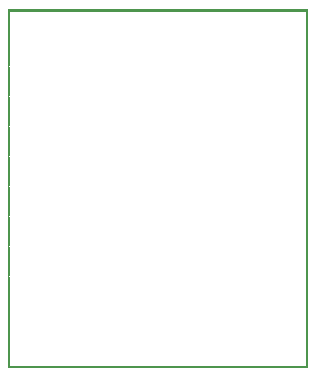
<source format=gbo>
G04 MADE WITH FRITZING*
G04 WWW.FRITZING.ORG*
G04 DOUBLE SIDED*
G04 HOLES PLATED*
G04 CONTOUR ON CENTER OF CONTOUR VECTOR*
%ASAXBY*%
%FSLAX23Y23*%
%MOIN*%
%OFA0B0*%
%SFA1.0B1.0*%
%ADD10R,0.001000X0.001000*%
%LNSILK0*%
G90*
G70*
G54D10*
X0Y1196D02*
X1001Y1196D01*
X0Y1195D02*
X1001Y1195D01*
X0Y1194D02*
X1001Y1194D01*
X0Y1193D02*
X1001Y1193D01*
X0Y1192D02*
X1001Y1192D01*
X0Y1191D02*
X1001Y1191D01*
X0Y1190D02*
X1001Y1190D01*
X0Y1189D02*
X1001Y1189D01*
X0Y1188D02*
X7Y1188D01*
X994Y1188D02*
X1001Y1188D01*
X0Y1187D02*
X7Y1187D01*
X994Y1187D02*
X1001Y1187D01*
X0Y1186D02*
X7Y1186D01*
X994Y1186D02*
X1001Y1186D01*
X0Y1185D02*
X7Y1185D01*
X994Y1185D02*
X1001Y1185D01*
X0Y1184D02*
X7Y1184D01*
X994Y1184D02*
X1001Y1184D01*
X0Y1183D02*
X7Y1183D01*
X994Y1183D02*
X1001Y1183D01*
X0Y1182D02*
X7Y1182D01*
X994Y1182D02*
X1001Y1182D01*
X0Y1181D02*
X7Y1181D01*
X994Y1181D02*
X1001Y1181D01*
X0Y1180D02*
X7Y1180D01*
X994Y1180D02*
X1001Y1180D01*
X0Y1179D02*
X7Y1179D01*
X994Y1179D02*
X1001Y1179D01*
X0Y1178D02*
X7Y1178D01*
X994Y1178D02*
X1001Y1178D01*
X0Y1177D02*
X7Y1177D01*
X994Y1177D02*
X1001Y1177D01*
X0Y1176D02*
X7Y1176D01*
X994Y1176D02*
X1001Y1176D01*
X0Y1175D02*
X7Y1175D01*
X994Y1175D02*
X1001Y1175D01*
X0Y1174D02*
X7Y1174D01*
X994Y1174D02*
X1001Y1174D01*
X0Y1173D02*
X7Y1173D01*
X994Y1173D02*
X1001Y1173D01*
X0Y1172D02*
X7Y1172D01*
X994Y1172D02*
X1001Y1172D01*
X0Y1171D02*
X7Y1171D01*
X994Y1171D02*
X1001Y1171D01*
X0Y1170D02*
X7Y1170D01*
X994Y1170D02*
X1001Y1170D01*
X0Y1169D02*
X7Y1169D01*
X994Y1169D02*
X1001Y1169D01*
X0Y1168D02*
X7Y1168D01*
X994Y1168D02*
X1001Y1168D01*
X0Y1167D02*
X7Y1167D01*
X994Y1167D02*
X1001Y1167D01*
X0Y1166D02*
X7Y1166D01*
X994Y1166D02*
X1001Y1166D01*
X0Y1165D02*
X7Y1165D01*
X994Y1165D02*
X1001Y1165D01*
X0Y1164D02*
X7Y1164D01*
X994Y1164D02*
X1001Y1164D01*
X0Y1163D02*
X7Y1163D01*
X994Y1163D02*
X1001Y1163D01*
X0Y1162D02*
X7Y1162D01*
X994Y1162D02*
X1001Y1162D01*
X0Y1161D02*
X7Y1161D01*
X994Y1161D02*
X1001Y1161D01*
X0Y1160D02*
X7Y1160D01*
X994Y1160D02*
X1001Y1160D01*
X0Y1159D02*
X7Y1159D01*
X994Y1159D02*
X1001Y1159D01*
X0Y1158D02*
X7Y1158D01*
X994Y1158D02*
X1001Y1158D01*
X0Y1157D02*
X7Y1157D01*
X994Y1157D02*
X1001Y1157D01*
X0Y1156D02*
X7Y1156D01*
X994Y1156D02*
X1001Y1156D01*
X0Y1155D02*
X7Y1155D01*
X994Y1155D02*
X1001Y1155D01*
X0Y1154D02*
X7Y1154D01*
X994Y1154D02*
X1001Y1154D01*
X0Y1153D02*
X7Y1153D01*
X994Y1153D02*
X1001Y1153D01*
X0Y1152D02*
X7Y1152D01*
X994Y1152D02*
X1001Y1152D01*
X0Y1151D02*
X7Y1151D01*
X994Y1151D02*
X1001Y1151D01*
X0Y1150D02*
X7Y1150D01*
X994Y1150D02*
X1001Y1150D01*
X0Y1149D02*
X7Y1149D01*
X994Y1149D02*
X1001Y1149D01*
X0Y1148D02*
X7Y1148D01*
X994Y1148D02*
X1001Y1148D01*
X0Y1147D02*
X7Y1147D01*
X994Y1147D02*
X1001Y1147D01*
X0Y1146D02*
X7Y1146D01*
X994Y1146D02*
X1001Y1146D01*
X0Y1145D02*
X7Y1145D01*
X994Y1145D02*
X1001Y1145D01*
X0Y1144D02*
X7Y1144D01*
X994Y1144D02*
X1001Y1144D01*
X0Y1143D02*
X7Y1143D01*
X994Y1143D02*
X1001Y1143D01*
X0Y1142D02*
X7Y1142D01*
X994Y1142D02*
X1001Y1142D01*
X0Y1141D02*
X7Y1141D01*
X994Y1141D02*
X1001Y1141D01*
X0Y1140D02*
X7Y1140D01*
X994Y1140D02*
X1001Y1140D01*
X0Y1139D02*
X7Y1139D01*
X994Y1139D02*
X1001Y1139D01*
X0Y1138D02*
X7Y1138D01*
X994Y1138D02*
X1001Y1138D01*
X0Y1137D02*
X7Y1137D01*
X994Y1137D02*
X1001Y1137D01*
X0Y1136D02*
X7Y1136D01*
X994Y1136D02*
X1001Y1136D01*
X0Y1135D02*
X7Y1135D01*
X994Y1135D02*
X1001Y1135D01*
X0Y1134D02*
X7Y1134D01*
X994Y1134D02*
X1001Y1134D01*
X0Y1133D02*
X7Y1133D01*
X994Y1133D02*
X1001Y1133D01*
X0Y1132D02*
X7Y1132D01*
X994Y1132D02*
X1001Y1132D01*
X0Y1131D02*
X7Y1131D01*
X994Y1131D02*
X1001Y1131D01*
X0Y1130D02*
X7Y1130D01*
X994Y1130D02*
X1001Y1130D01*
X0Y1129D02*
X7Y1129D01*
X994Y1129D02*
X1001Y1129D01*
X0Y1128D02*
X7Y1128D01*
X994Y1128D02*
X1001Y1128D01*
X0Y1127D02*
X7Y1127D01*
X994Y1127D02*
X1001Y1127D01*
X0Y1126D02*
X7Y1126D01*
X994Y1126D02*
X1001Y1126D01*
X0Y1125D02*
X7Y1125D01*
X994Y1125D02*
X1001Y1125D01*
X0Y1124D02*
X7Y1124D01*
X994Y1124D02*
X1001Y1124D01*
X0Y1123D02*
X7Y1123D01*
X994Y1123D02*
X1001Y1123D01*
X0Y1122D02*
X7Y1122D01*
X994Y1122D02*
X1001Y1122D01*
X0Y1121D02*
X7Y1121D01*
X994Y1121D02*
X1001Y1121D01*
X0Y1120D02*
X7Y1120D01*
X994Y1120D02*
X1001Y1120D01*
X0Y1119D02*
X7Y1119D01*
X994Y1119D02*
X1001Y1119D01*
X0Y1118D02*
X7Y1118D01*
X994Y1118D02*
X1001Y1118D01*
X0Y1117D02*
X7Y1117D01*
X994Y1117D02*
X1001Y1117D01*
X0Y1116D02*
X7Y1116D01*
X994Y1116D02*
X1001Y1116D01*
X0Y1115D02*
X7Y1115D01*
X994Y1115D02*
X1001Y1115D01*
X0Y1114D02*
X7Y1114D01*
X994Y1114D02*
X1001Y1114D01*
X0Y1113D02*
X7Y1113D01*
X994Y1113D02*
X1001Y1113D01*
X0Y1112D02*
X7Y1112D01*
X994Y1112D02*
X1001Y1112D01*
X0Y1111D02*
X7Y1111D01*
X994Y1111D02*
X1001Y1111D01*
X0Y1110D02*
X7Y1110D01*
X994Y1110D02*
X1001Y1110D01*
X0Y1109D02*
X7Y1109D01*
X994Y1109D02*
X1001Y1109D01*
X0Y1108D02*
X7Y1108D01*
X994Y1108D02*
X1001Y1108D01*
X0Y1107D02*
X7Y1107D01*
X994Y1107D02*
X1001Y1107D01*
X0Y1106D02*
X7Y1106D01*
X994Y1106D02*
X1001Y1106D01*
X0Y1105D02*
X7Y1105D01*
X994Y1105D02*
X1001Y1105D01*
X0Y1104D02*
X7Y1104D01*
X994Y1104D02*
X1001Y1104D01*
X0Y1103D02*
X7Y1103D01*
X994Y1103D02*
X1001Y1103D01*
X0Y1102D02*
X7Y1102D01*
X994Y1102D02*
X1001Y1102D01*
X0Y1101D02*
X7Y1101D01*
X994Y1101D02*
X1001Y1101D01*
X0Y1100D02*
X7Y1100D01*
X994Y1100D02*
X1001Y1100D01*
X0Y1099D02*
X7Y1099D01*
X994Y1099D02*
X1001Y1099D01*
X0Y1098D02*
X7Y1098D01*
X994Y1098D02*
X1001Y1098D01*
X0Y1097D02*
X7Y1097D01*
X994Y1097D02*
X1001Y1097D01*
X0Y1096D02*
X7Y1096D01*
X994Y1096D02*
X1001Y1096D01*
X0Y1095D02*
X7Y1095D01*
X994Y1095D02*
X1001Y1095D01*
X0Y1094D02*
X7Y1094D01*
X994Y1094D02*
X1001Y1094D01*
X0Y1093D02*
X7Y1093D01*
X994Y1093D02*
X1001Y1093D01*
X0Y1092D02*
X7Y1092D01*
X994Y1092D02*
X1001Y1092D01*
X0Y1091D02*
X7Y1091D01*
X994Y1091D02*
X1001Y1091D01*
X0Y1090D02*
X7Y1090D01*
X994Y1090D02*
X1001Y1090D01*
X0Y1089D02*
X7Y1089D01*
X994Y1089D02*
X1001Y1089D01*
X0Y1088D02*
X7Y1088D01*
X994Y1088D02*
X1001Y1088D01*
X0Y1087D02*
X7Y1087D01*
X994Y1087D02*
X1001Y1087D01*
X0Y1086D02*
X7Y1086D01*
X994Y1086D02*
X1001Y1086D01*
X0Y1085D02*
X7Y1085D01*
X994Y1085D02*
X1001Y1085D01*
X0Y1084D02*
X7Y1084D01*
X994Y1084D02*
X1001Y1084D01*
X0Y1083D02*
X7Y1083D01*
X994Y1083D02*
X1001Y1083D01*
X0Y1082D02*
X7Y1082D01*
X994Y1082D02*
X1001Y1082D01*
X0Y1081D02*
X7Y1081D01*
X994Y1081D02*
X1001Y1081D01*
X0Y1080D02*
X7Y1080D01*
X994Y1080D02*
X1001Y1080D01*
X0Y1079D02*
X7Y1079D01*
X994Y1079D02*
X1001Y1079D01*
X0Y1078D02*
X7Y1078D01*
X994Y1078D02*
X1001Y1078D01*
X0Y1077D02*
X7Y1077D01*
X994Y1077D02*
X1001Y1077D01*
X0Y1076D02*
X7Y1076D01*
X994Y1076D02*
X1001Y1076D01*
X0Y1075D02*
X7Y1075D01*
X994Y1075D02*
X1001Y1075D01*
X0Y1074D02*
X7Y1074D01*
X994Y1074D02*
X1001Y1074D01*
X0Y1073D02*
X7Y1073D01*
X994Y1073D02*
X1001Y1073D01*
X0Y1072D02*
X7Y1072D01*
X994Y1072D02*
X1001Y1072D01*
X0Y1071D02*
X7Y1071D01*
X994Y1071D02*
X1001Y1071D01*
X0Y1070D02*
X7Y1070D01*
X994Y1070D02*
X1001Y1070D01*
X0Y1069D02*
X7Y1069D01*
X994Y1069D02*
X1001Y1069D01*
X0Y1068D02*
X7Y1068D01*
X994Y1068D02*
X1001Y1068D01*
X0Y1067D02*
X7Y1067D01*
X994Y1067D02*
X1001Y1067D01*
X0Y1066D02*
X7Y1066D01*
X994Y1066D02*
X1001Y1066D01*
X0Y1065D02*
X7Y1065D01*
X994Y1065D02*
X1001Y1065D01*
X0Y1064D02*
X7Y1064D01*
X994Y1064D02*
X1001Y1064D01*
X0Y1063D02*
X7Y1063D01*
X994Y1063D02*
X1001Y1063D01*
X0Y1062D02*
X7Y1062D01*
X994Y1062D02*
X1001Y1062D01*
X0Y1061D02*
X7Y1061D01*
X994Y1061D02*
X1001Y1061D01*
X0Y1060D02*
X7Y1060D01*
X994Y1060D02*
X1001Y1060D01*
X0Y1059D02*
X7Y1059D01*
X994Y1059D02*
X1001Y1059D01*
X0Y1058D02*
X7Y1058D01*
X994Y1058D02*
X1001Y1058D01*
X0Y1057D02*
X7Y1057D01*
X994Y1057D02*
X1001Y1057D01*
X0Y1056D02*
X7Y1056D01*
X994Y1056D02*
X1001Y1056D01*
X0Y1055D02*
X7Y1055D01*
X994Y1055D02*
X1001Y1055D01*
X0Y1054D02*
X7Y1054D01*
X994Y1054D02*
X1001Y1054D01*
X0Y1053D02*
X7Y1053D01*
X994Y1053D02*
X1001Y1053D01*
X0Y1052D02*
X7Y1052D01*
X994Y1052D02*
X1001Y1052D01*
X0Y1051D02*
X7Y1051D01*
X994Y1051D02*
X1001Y1051D01*
X0Y1050D02*
X7Y1050D01*
X994Y1050D02*
X1001Y1050D01*
X0Y1049D02*
X7Y1049D01*
X994Y1049D02*
X1001Y1049D01*
X0Y1048D02*
X7Y1048D01*
X994Y1048D02*
X1001Y1048D01*
X0Y1047D02*
X7Y1047D01*
X994Y1047D02*
X1001Y1047D01*
X0Y1046D02*
X7Y1046D01*
X994Y1046D02*
X1001Y1046D01*
X0Y1045D02*
X7Y1045D01*
X994Y1045D02*
X1001Y1045D01*
X0Y1044D02*
X7Y1044D01*
X994Y1044D02*
X1001Y1044D01*
X0Y1043D02*
X7Y1043D01*
X994Y1043D02*
X1001Y1043D01*
X0Y1042D02*
X7Y1042D01*
X994Y1042D02*
X1001Y1042D01*
X0Y1041D02*
X7Y1041D01*
X994Y1041D02*
X1001Y1041D01*
X0Y1040D02*
X7Y1040D01*
X994Y1040D02*
X1001Y1040D01*
X0Y1039D02*
X7Y1039D01*
X994Y1039D02*
X1001Y1039D01*
X0Y1038D02*
X7Y1038D01*
X994Y1038D02*
X1001Y1038D01*
X0Y1037D02*
X7Y1037D01*
X994Y1037D02*
X1001Y1037D01*
X0Y1036D02*
X7Y1036D01*
X994Y1036D02*
X1001Y1036D01*
X0Y1035D02*
X7Y1035D01*
X994Y1035D02*
X1001Y1035D01*
X0Y1034D02*
X7Y1034D01*
X994Y1034D02*
X1001Y1034D01*
X0Y1033D02*
X7Y1033D01*
X994Y1033D02*
X1001Y1033D01*
X0Y1032D02*
X7Y1032D01*
X994Y1032D02*
X1001Y1032D01*
X0Y1031D02*
X7Y1031D01*
X994Y1031D02*
X1001Y1031D01*
X0Y1030D02*
X7Y1030D01*
X994Y1030D02*
X1001Y1030D01*
X0Y1029D02*
X7Y1029D01*
X994Y1029D02*
X1001Y1029D01*
X0Y1028D02*
X7Y1028D01*
X994Y1028D02*
X1001Y1028D01*
X0Y1027D02*
X7Y1027D01*
X994Y1027D02*
X1001Y1027D01*
X0Y1026D02*
X7Y1026D01*
X994Y1026D02*
X1001Y1026D01*
X0Y1025D02*
X7Y1025D01*
X994Y1025D02*
X1001Y1025D01*
X0Y1024D02*
X7Y1024D01*
X994Y1024D02*
X1001Y1024D01*
X0Y1023D02*
X7Y1023D01*
X994Y1023D02*
X1001Y1023D01*
X0Y1022D02*
X7Y1022D01*
X994Y1022D02*
X1001Y1022D01*
X0Y1021D02*
X7Y1021D01*
X994Y1021D02*
X1001Y1021D01*
X0Y1020D02*
X7Y1020D01*
X994Y1020D02*
X1001Y1020D01*
X0Y1019D02*
X7Y1019D01*
X994Y1019D02*
X1001Y1019D01*
X0Y1018D02*
X7Y1018D01*
X994Y1018D02*
X1001Y1018D01*
X0Y1017D02*
X7Y1017D01*
X994Y1017D02*
X1001Y1017D01*
X0Y1016D02*
X7Y1016D01*
X994Y1016D02*
X1001Y1016D01*
X0Y1015D02*
X7Y1015D01*
X994Y1015D02*
X1001Y1015D01*
X0Y1014D02*
X6Y1014D01*
X994Y1014D02*
X1001Y1014D01*
X0Y1013D02*
X6Y1013D01*
X994Y1013D02*
X1001Y1013D01*
X0Y1012D02*
X6Y1012D01*
X994Y1012D02*
X1001Y1012D01*
X0Y1011D02*
X6Y1011D01*
X994Y1011D02*
X1001Y1011D01*
X0Y1010D02*
X6Y1010D01*
X994Y1010D02*
X1001Y1010D01*
X0Y1009D02*
X6Y1009D01*
X994Y1009D02*
X1001Y1009D01*
X0Y1008D02*
X6Y1008D01*
X994Y1008D02*
X1001Y1008D01*
X0Y1007D02*
X6Y1007D01*
X994Y1007D02*
X1001Y1007D01*
X0Y1006D02*
X5Y1006D01*
X994Y1006D02*
X1001Y1006D01*
X0Y1005D02*
X5Y1005D01*
X994Y1005D02*
X1001Y1005D01*
X0Y1004D02*
X5Y1004D01*
X994Y1004D02*
X1001Y1004D01*
X0Y1003D02*
X5Y1003D01*
X994Y1003D02*
X1001Y1003D01*
X0Y1002D02*
X6Y1002D01*
X994Y1002D02*
X1001Y1002D01*
X0Y1001D02*
X6Y1001D01*
X994Y1001D02*
X1001Y1001D01*
X0Y1000D02*
X6Y1000D01*
X994Y1000D02*
X1001Y1000D01*
X0Y999D02*
X6Y999D01*
X994Y999D02*
X1001Y999D01*
X0Y998D02*
X6Y998D01*
X994Y998D02*
X1001Y998D01*
X0Y997D02*
X6Y997D01*
X994Y997D02*
X1001Y997D01*
X0Y996D02*
X6Y996D01*
X994Y996D02*
X1001Y996D01*
X0Y995D02*
X7Y995D01*
X994Y995D02*
X1001Y995D01*
X0Y994D02*
X7Y994D01*
X994Y994D02*
X1001Y994D01*
X0Y993D02*
X7Y993D01*
X994Y993D02*
X1001Y993D01*
X0Y992D02*
X7Y992D01*
X994Y992D02*
X1001Y992D01*
X0Y991D02*
X7Y991D01*
X994Y991D02*
X1001Y991D01*
X0Y990D02*
X7Y990D01*
X994Y990D02*
X1001Y990D01*
X0Y989D02*
X7Y989D01*
X994Y989D02*
X1001Y989D01*
X0Y988D02*
X7Y988D01*
X994Y988D02*
X1001Y988D01*
X0Y987D02*
X7Y987D01*
X994Y987D02*
X1001Y987D01*
X0Y986D02*
X7Y986D01*
X994Y986D02*
X1001Y986D01*
X0Y985D02*
X7Y985D01*
X994Y985D02*
X1001Y985D01*
X0Y984D02*
X7Y984D01*
X994Y984D02*
X1001Y984D01*
X0Y983D02*
X7Y983D01*
X994Y983D02*
X1001Y983D01*
X0Y982D02*
X7Y982D01*
X994Y982D02*
X1001Y982D01*
X0Y981D02*
X7Y981D01*
X994Y981D02*
X1001Y981D01*
X0Y980D02*
X7Y980D01*
X994Y980D02*
X1001Y980D01*
X0Y979D02*
X7Y979D01*
X994Y979D02*
X1001Y979D01*
X0Y978D02*
X7Y978D01*
X994Y978D02*
X1001Y978D01*
X0Y977D02*
X7Y977D01*
X994Y977D02*
X1001Y977D01*
X0Y976D02*
X7Y976D01*
X994Y976D02*
X1001Y976D01*
X0Y975D02*
X7Y975D01*
X994Y975D02*
X1001Y975D01*
X0Y974D02*
X7Y974D01*
X994Y974D02*
X1001Y974D01*
X0Y973D02*
X7Y973D01*
X994Y973D02*
X1001Y973D01*
X0Y972D02*
X7Y972D01*
X994Y972D02*
X1001Y972D01*
X0Y971D02*
X7Y971D01*
X994Y971D02*
X1001Y971D01*
X0Y970D02*
X7Y970D01*
X994Y970D02*
X1001Y970D01*
X0Y969D02*
X7Y969D01*
X994Y969D02*
X1001Y969D01*
X0Y968D02*
X7Y968D01*
X994Y968D02*
X1001Y968D01*
X0Y967D02*
X7Y967D01*
X994Y967D02*
X1001Y967D01*
X0Y966D02*
X7Y966D01*
X994Y966D02*
X1001Y966D01*
X0Y965D02*
X7Y965D01*
X994Y965D02*
X1001Y965D01*
X0Y964D02*
X7Y964D01*
X994Y964D02*
X1001Y964D01*
X0Y963D02*
X7Y963D01*
X994Y963D02*
X1001Y963D01*
X0Y962D02*
X7Y962D01*
X994Y962D02*
X1001Y962D01*
X0Y961D02*
X7Y961D01*
X994Y961D02*
X1001Y961D01*
X0Y960D02*
X7Y960D01*
X994Y960D02*
X1001Y960D01*
X0Y959D02*
X7Y959D01*
X994Y959D02*
X1001Y959D01*
X0Y958D02*
X7Y958D01*
X994Y958D02*
X1001Y958D01*
X0Y957D02*
X7Y957D01*
X994Y957D02*
X1001Y957D01*
X0Y956D02*
X7Y956D01*
X994Y956D02*
X1001Y956D01*
X0Y955D02*
X7Y955D01*
X994Y955D02*
X1001Y955D01*
X0Y954D02*
X7Y954D01*
X994Y954D02*
X1001Y954D01*
X0Y953D02*
X7Y953D01*
X994Y953D02*
X1001Y953D01*
X0Y952D02*
X7Y952D01*
X994Y952D02*
X1001Y952D01*
X0Y951D02*
X7Y951D01*
X994Y951D02*
X1001Y951D01*
X0Y950D02*
X7Y950D01*
X994Y950D02*
X1001Y950D01*
X0Y949D02*
X7Y949D01*
X994Y949D02*
X1001Y949D01*
X0Y948D02*
X7Y948D01*
X994Y948D02*
X1001Y948D01*
X0Y947D02*
X7Y947D01*
X994Y947D02*
X1001Y947D01*
X0Y946D02*
X7Y946D01*
X994Y946D02*
X1001Y946D01*
X0Y945D02*
X7Y945D01*
X994Y945D02*
X1001Y945D01*
X0Y944D02*
X7Y944D01*
X994Y944D02*
X1001Y944D01*
X0Y943D02*
X7Y943D01*
X994Y943D02*
X1001Y943D01*
X0Y942D02*
X7Y942D01*
X994Y942D02*
X1001Y942D01*
X0Y941D02*
X7Y941D01*
X994Y941D02*
X1001Y941D01*
X0Y940D02*
X7Y940D01*
X994Y940D02*
X1001Y940D01*
X0Y939D02*
X7Y939D01*
X994Y939D02*
X1001Y939D01*
X0Y938D02*
X7Y938D01*
X994Y938D02*
X1001Y938D01*
X0Y937D02*
X7Y937D01*
X994Y937D02*
X1001Y937D01*
X0Y936D02*
X7Y936D01*
X994Y936D02*
X1001Y936D01*
X0Y935D02*
X7Y935D01*
X994Y935D02*
X1001Y935D01*
X0Y934D02*
X7Y934D01*
X994Y934D02*
X1001Y934D01*
X0Y933D02*
X7Y933D01*
X994Y933D02*
X1001Y933D01*
X0Y932D02*
X7Y932D01*
X994Y932D02*
X1001Y932D01*
X0Y931D02*
X7Y931D01*
X994Y931D02*
X1001Y931D01*
X0Y930D02*
X7Y930D01*
X994Y930D02*
X1001Y930D01*
X0Y929D02*
X7Y929D01*
X994Y929D02*
X1001Y929D01*
X0Y928D02*
X7Y928D01*
X994Y928D02*
X1001Y928D01*
X0Y927D02*
X7Y927D01*
X994Y927D02*
X1001Y927D01*
X0Y926D02*
X7Y926D01*
X994Y926D02*
X1001Y926D01*
X0Y925D02*
X7Y925D01*
X994Y925D02*
X1001Y925D01*
X0Y924D02*
X7Y924D01*
X994Y924D02*
X1001Y924D01*
X0Y923D02*
X7Y923D01*
X994Y923D02*
X1001Y923D01*
X0Y922D02*
X7Y922D01*
X994Y922D02*
X1001Y922D01*
X0Y921D02*
X7Y921D01*
X994Y921D02*
X1001Y921D01*
X0Y920D02*
X7Y920D01*
X994Y920D02*
X1001Y920D01*
X0Y919D02*
X7Y919D01*
X994Y919D02*
X1001Y919D01*
X0Y918D02*
X7Y918D01*
X994Y918D02*
X1001Y918D01*
X0Y917D02*
X7Y917D01*
X994Y917D02*
X1001Y917D01*
X0Y916D02*
X7Y916D01*
X994Y916D02*
X1001Y916D01*
X0Y915D02*
X7Y915D01*
X994Y915D02*
X1001Y915D01*
X0Y914D02*
X6Y914D01*
X994Y914D02*
X1001Y914D01*
X0Y913D02*
X6Y913D01*
X994Y913D02*
X1001Y913D01*
X0Y912D02*
X6Y912D01*
X994Y912D02*
X1001Y912D01*
X0Y911D02*
X6Y911D01*
X994Y911D02*
X1001Y911D01*
X0Y910D02*
X6Y910D01*
X994Y910D02*
X1001Y910D01*
X0Y909D02*
X6Y909D01*
X994Y909D02*
X1001Y909D01*
X0Y908D02*
X6Y908D01*
X994Y908D02*
X1001Y908D01*
X0Y907D02*
X6Y907D01*
X994Y907D02*
X1001Y907D01*
X0Y906D02*
X5Y906D01*
X994Y906D02*
X1001Y906D01*
X0Y905D02*
X5Y905D01*
X994Y905D02*
X1001Y905D01*
X0Y904D02*
X5Y904D01*
X994Y904D02*
X1001Y904D01*
X0Y903D02*
X5Y903D01*
X994Y903D02*
X1001Y903D01*
X0Y902D02*
X6Y902D01*
X994Y902D02*
X1001Y902D01*
X0Y901D02*
X6Y901D01*
X994Y901D02*
X1001Y901D01*
X0Y900D02*
X6Y900D01*
X994Y900D02*
X1001Y900D01*
X0Y899D02*
X6Y899D01*
X994Y899D02*
X1001Y899D01*
X0Y898D02*
X6Y898D01*
X994Y898D02*
X1001Y898D01*
X0Y897D02*
X6Y897D01*
X994Y897D02*
X1001Y897D01*
X0Y896D02*
X6Y896D01*
X994Y896D02*
X1001Y896D01*
X0Y895D02*
X7Y895D01*
X994Y895D02*
X1001Y895D01*
X0Y894D02*
X7Y894D01*
X994Y894D02*
X1001Y894D01*
X0Y893D02*
X7Y893D01*
X994Y893D02*
X1001Y893D01*
X0Y892D02*
X7Y892D01*
X994Y892D02*
X1001Y892D01*
X0Y891D02*
X7Y891D01*
X994Y891D02*
X1001Y891D01*
X0Y890D02*
X7Y890D01*
X994Y890D02*
X1001Y890D01*
X0Y889D02*
X7Y889D01*
X994Y889D02*
X1001Y889D01*
X0Y888D02*
X7Y888D01*
X994Y888D02*
X1001Y888D01*
X0Y887D02*
X7Y887D01*
X994Y887D02*
X1001Y887D01*
X0Y886D02*
X7Y886D01*
X994Y886D02*
X1001Y886D01*
X0Y885D02*
X7Y885D01*
X994Y885D02*
X1001Y885D01*
X0Y884D02*
X7Y884D01*
X994Y884D02*
X1001Y884D01*
X0Y883D02*
X7Y883D01*
X994Y883D02*
X1001Y883D01*
X0Y882D02*
X7Y882D01*
X994Y882D02*
X1001Y882D01*
X0Y881D02*
X7Y881D01*
X994Y881D02*
X1001Y881D01*
X0Y880D02*
X7Y880D01*
X994Y880D02*
X1001Y880D01*
X0Y879D02*
X7Y879D01*
X994Y879D02*
X1001Y879D01*
X0Y878D02*
X7Y878D01*
X994Y878D02*
X1001Y878D01*
X0Y877D02*
X7Y877D01*
X994Y877D02*
X1001Y877D01*
X0Y876D02*
X7Y876D01*
X994Y876D02*
X1001Y876D01*
X0Y875D02*
X7Y875D01*
X994Y875D02*
X1001Y875D01*
X0Y874D02*
X7Y874D01*
X994Y874D02*
X1001Y874D01*
X0Y873D02*
X7Y873D01*
X994Y873D02*
X1001Y873D01*
X0Y872D02*
X7Y872D01*
X994Y872D02*
X1001Y872D01*
X0Y871D02*
X7Y871D01*
X994Y871D02*
X1001Y871D01*
X0Y870D02*
X7Y870D01*
X994Y870D02*
X1001Y870D01*
X0Y869D02*
X7Y869D01*
X994Y869D02*
X1001Y869D01*
X0Y868D02*
X7Y868D01*
X994Y868D02*
X1001Y868D01*
X0Y867D02*
X7Y867D01*
X994Y867D02*
X1001Y867D01*
X0Y866D02*
X7Y866D01*
X994Y866D02*
X1001Y866D01*
X0Y865D02*
X7Y865D01*
X994Y865D02*
X1001Y865D01*
X0Y864D02*
X7Y864D01*
X994Y864D02*
X1001Y864D01*
X0Y863D02*
X7Y863D01*
X994Y863D02*
X1001Y863D01*
X0Y862D02*
X7Y862D01*
X994Y862D02*
X1001Y862D01*
X0Y861D02*
X7Y861D01*
X994Y861D02*
X1001Y861D01*
X0Y860D02*
X7Y860D01*
X994Y860D02*
X1001Y860D01*
X0Y859D02*
X7Y859D01*
X994Y859D02*
X1001Y859D01*
X0Y858D02*
X7Y858D01*
X994Y858D02*
X1001Y858D01*
X0Y857D02*
X7Y857D01*
X994Y857D02*
X1001Y857D01*
X0Y856D02*
X7Y856D01*
X994Y856D02*
X1001Y856D01*
X0Y855D02*
X7Y855D01*
X994Y855D02*
X1001Y855D01*
X0Y854D02*
X7Y854D01*
X994Y854D02*
X1001Y854D01*
X0Y853D02*
X7Y853D01*
X994Y853D02*
X1001Y853D01*
X0Y852D02*
X7Y852D01*
X994Y852D02*
X1001Y852D01*
X0Y851D02*
X7Y851D01*
X994Y851D02*
X1001Y851D01*
X0Y850D02*
X7Y850D01*
X994Y850D02*
X1001Y850D01*
X0Y849D02*
X7Y849D01*
X994Y849D02*
X1001Y849D01*
X0Y848D02*
X7Y848D01*
X994Y848D02*
X1001Y848D01*
X0Y847D02*
X7Y847D01*
X994Y847D02*
X1001Y847D01*
X0Y846D02*
X7Y846D01*
X994Y846D02*
X1001Y846D01*
X0Y845D02*
X7Y845D01*
X994Y845D02*
X1001Y845D01*
X0Y844D02*
X7Y844D01*
X994Y844D02*
X1001Y844D01*
X0Y843D02*
X7Y843D01*
X994Y843D02*
X1001Y843D01*
X0Y842D02*
X7Y842D01*
X994Y842D02*
X1001Y842D01*
X0Y841D02*
X7Y841D01*
X994Y841D02*
X1001Y841D01*
X0Y840D02*
X7Y840D01*
X994Y840D02*
X1001Y840D01*
X0Y839D02*
X7Y839D01*
X994Y839D02*
X1001Y839D01*
X0Y838D02*
X7Y838D01*
X994Y838D02*
X1001Y838D01*
X0Y837D02*
X7Y837D01*
X994Y837D02*
X1001Y837D01*
X0Y836D02*
X7Y836D01*
X994Y836D02*
X1001Y836D01*
X0Y835D02*
X7Y835D01*
X994Y835D02*
X1001Y835D01*
X0Y834D02*
X7Y834D01*
X994Y834D02*
X1001Y834D01*
X0Y833D02*
X7Y833D01*
X994Y833D02*
X1001Y833D01*
X0Y832D02*
X7Y832D01*
X994Y832D02*
X1001Y832D01*
X0Y831D02*
X7Y831D01*
X994Y831D02*
X1001Y831D01*
X0Y830D02*
X7Y830D01*
X994Y830D02*
X1001Y830D01*
X0Y829D02*
X7Y829D01*
X994Y829D02*
X1001Y829D01*
X0Y828D02*
X7Y828D01*
X994Y828D02*
X1001Y828D01*
X0Y827D02*
X7Y827D01*
X994Y827D02*
X1001Y827D01*
X0Y826D02*
X7Y826D01*
X994Y826D02*
X1001Y826D01*
X0Y825D02*
X7Y825D01*
X994Y825D02*
X1001Y825D01*
X0Y824D02*
X7Y824D01*
X994Y824D02*
X1001Y824D01*
X0Y823D02*
X7Y823D01*
X994Y823D02*
X1001Y823D01*
X0Y822D02*
X7Y822D01*
X994Y822D02*
X1001Y822D01*
X0Y821D02*
X7Y821D01*
X994Y821D02*
X1001Y821D01*
X0Y820D02*
X7Y820D01*
X994Y820D02*
X1001Y820D01*
X0Y819D02*
X7Y819D01*
X994Y819D02*
X1001Y819D01*
X0Y818D02*
X7Y818D01*
X994Y818D02*
X1001Y818D01*
X0Y817D02*
X7Y817D01*
X994Y817D02*
X1001Y817D01*
X0Y816D02*
X7Y816D01*
X994Y816D02*
X1001Y816D01*
X0Y815D02*
X7Y815D01*
X994Y815D02*
X1001Y815D01*
X0Y814D02*
X6Y814D01*
X994Y814D02*
X1001Y814D01*
X0Y813D02*
X6Y813D01*
X994Y813D02*
X1001Y813D01*
X0Y812D02*
X6Y812D01*
X994Y812D02*
X1001Y812D01*
X0Y811D02*
X6Y811D01*
X994Y811D02*
X1001Y811D01*
X0Y810D02*
X6Y810D01*
X994Y810D02*
X1001Y810D01*
X0Y809D02*
X6Y809D01*
X994Y809D02*
X1001Y809D01*
X0Y808D02*
X6Y808D01*
X994Y808D02*
X1001Y808D01*
X0Y807D02*
X6Y807D01*
X994Y807D02*
X1001Y807D01*
X0Y806D02*
X5Y806D01*
X994Y806D02*
X1001Y806D01*
X0Y805D02*
X5Y805D01*
X994Y805D02*
X1001Y805D01*
X0Y804D02*
X5Y804D01*
X994Y804D02*
X1001Y804D01*
X0Y803D02*
X5Y803D01*
X994Y803D02*
X1001Y803D01*
X0Y802D02*
X6Y802D01*
X994Y802D02*
X1001Y802D01*
X0Y801D02*
X6Y801D01*
X994Y801D02*
X1001Y801D01*
X0Y800D02*
X6Y800D01*
X994Y800D02*
X1001Y800D01*
X0Y799D02*
X6Y799D01*
X994Y799D02*
X1001Y799D01*
X0Y798D02*
X6Y798D01*
X994Y798D02*
X1001Y798D01*
X0Y797D02*
X6Y797D01*
X994Y797D02*
X1001Y797D01*
X0Y796D02*
X6Y796D01*
X994Y796D02*
X1001Y796D01*
X0Y795D02*
X7Y795D01*
X994Y795D02*
X1001Y795D01*
X0Y794D02*
X7Y794D01*
X994Y794D02*
X1001Y794D01*
X0Y793D02*
X7Y793D01*
X994Y793D02*
X1001Y793D01*
X0Y792D02*
X7Y792D01*
X994Y792D02*
X1001Y792D01*
X0Y791D02*
X7Y791D01*
X994Y791D02*
X1001Y791D01*
X0Y790D02*
X7Y790D01*
X994Y790D02*
X1001Y790D01*
X0Y789D02*
X7Y789D01*
X994Y789D02*
X1001Y789D01*
X0Y788D02*
X7Y788D01*
X994Y788D02*
X1001Y788D01*
X0Y787D02*
X7Y787D01*
X994Y787D02*
X1001Y787D01*
X0Y786D02*
X7Y786D01*
X994Y786D02*
X1001Y786D01*
X0Y785D02*
X7Y785D01*
X994Y785D02*
X1001Y785D01*
X0Y784D02*
X7Y784D01*
X994Y784D02*
X1001Y784D01*
X0Y783D02*
X7Y783D01*
X994Y783D02*
X1001Y783D01*
X0Y782D02*
X7Y782D01*
X994Y782D02*
X1001Y782D01*
X0Y781D02*
X7Y781D01*
X994Y781D02*
X1001Y781D01*
X0Y780D02*
X7Y780D01*
X994Y780D02*
X1001Y780D01*
X0Y779D02*
X7Y779D01*
X994Y779D02*
X1001Y779D01*
X0Y778D02*
X7Y778D01*
X994Y778D02*
X1001Y778D01*
X0Y777D02*
X7Y777D01*
X994Y777D02*
X1001Y777D01*
X0Y776D02*
X7Y776D01*
X994Y776D02*
X1001Y776D01*
X0Y775D02*
X7Y775D01*
X994Y775D02*
X1001Y775D01*
X0Y774D02*
X7Y774D01*
X994Y774D02*
X1001Y774D01*
X0Y773D02*
X7Y773D01*
X994Y773D02*
X1001Y773D01*
X0Y772D02*
X7Y772D01*
X994Y772D02*
X1001Y772D01*
X0Y771D02*
X7Y771D01*
X994Y771D02*
X1001Y771D01*
X0Y770D02*
X7Y770D01*
X994Y770D02*
X1001Y770D01*
X0Y769D02*
X7Y769D01*
X994Y769D02*
X1001Y769D01*
X0Y768D02*
X7Y768D01*
X994Y768D02*
X1001Y768D01*
X0Y767D02*
X7Y767D01*
X994Y767D02*
X1001Y767D01*
X0Y766D02*
X7Y766D01*
X994Y766D02*
X1001Y766D01*
X0Y765D02*
X7Y765D01*
X994Y765D02*
X1001Y765D01*
X0Y764D02*
X7Y764D01*
X994Y764D02*
X1001Y764D01*
X0Y763D02*
X7Y763D01*
X994Y763D02*
X1001Y763D01*
X0Y762D02*
X7Y762D01*
X994Y762D02*
X1001Y762D01*
X0Y761D02*
X7Y761D01*
X994Y761D02*
X1001Y761D01*
X0Y760D02*
X7Y760D01*
X994Y760D02*
X1001Y760D01*
X0Y759D02*
X7Y759D01*
X994Y759D02*
X1001Y759D01*
X0Y758D02*
X7Y758D01*
X994Y758D02*
X1001Y758D01*
X0Y757D02*
X7Y757D01*
X994Y757D02*
X1001Y757D01*
X0Y756D02*
X7Y756D01*
X994Y756D02*
X1001Y756D01*
X0Y755D02*
X7Y755D01*
X994Y755D02*
X1001Y755D01*
X0Y754D02*
X7Y754D01*
X994Y754D02*
X1001Y754D01*
X0Y753D02*
X7Y753D01*
X994Y753D02*
X1001Y753D01*
X0Y752D02*
X7Y752D01*
X994Y752D02*
X1001Y752D01*
X0Y751D02*
X7Y751D01*
X994Y751D02*
X1001Y751D01*
X0Y750D02*
X7Y750D01*
X994Y750D02*
X1001Y750D01*
X0Y749D02*
X7Y749D01*
X994Y749D02*
X1001Y749D01*
X0Y748D02*
X7Y748D01*
X994Y748D02*
X1001Y748D01*
X0Y747D02*
X7Y747D01*
X994Y747D02*
X1001Y747D01*
X0Y746D02*
X7Y746D01*
X994Y746D02*
X1001Y746D01*
X0Y745D02*
X7Y745D01*
X994Y745D02*
X1001Y745D01*
X0Y744D02*
X7Y744D01*
X994Y744D02*
X1001Y744D01*
X0Y743D02*
X7Y743D01*
X994Y743D02*
X1001Y743D01*
X0Y742D02*
X7Y742D01*
X994Y742D02*
X1001Y742D01*
X0Y741D02*
X7Y741D01*
X994Y741D02*
X1001Y741D01*
X0Y740D02*
X7Y740D01*
X994Y740D02*
X1001Y740D01*
X0Y739D02*
X7Y739D01*
X994Y739D02*
X1001Y739D01*
X0Y738D02*
X7Y738D01*
X994Y738D02*
X1001Y738D01*
X0Y737D02*
X7Y737D01*
X994Y737D02*
X1001Y737D01*
X0Y736D02*
X7Y736D01*
X994Y736D02*
X1001Y736D01*
X0Y735D02*
X7Y735D01*
X994Y735D02*
X1001Y735D01*
X0Y734D02*
X7Y734D01*
X994Y734D02*
X1001Y734D01*
X0Y733D02*
X7Y733D01*
X994Y733D02*
X1001Y733D01*
X0Y732D02*
X7Y732D01*
X994Y732D02*
X1001Y732D01*
X0Y731D02*
X7Y731D01*
X994Y731D02*
X1001Y731D01*
X0Y730D02*
X7Y730D01*
X994Y730D02*
X1001Y730D01*
X0Y729D02*
X7Y729D01*
X994Y729D02*
X1001Y729D01*
X0Y728D02*
X7Y728D01*
X994Y728D02*
X1001Y728D01*
X0Y727D02*
X7Y727D01*
X994Y727D02*
X1001Y727D01*
X0Y726D02*
X7Y726D01*
X994Y726D02*
X1001Y726D01*
X0Y725D02*
X7Y725D01*
X994Y725D02*
X1001Y725D01*
X0Y724D02*
X7Y724D01*
X994Y724D02*
X1001Y724D01*
X0Y723D02*
X7Y723D01*
X994Y723D02*
X1001Y723D01*
X0Y722D02*
X7Y722D01*
X994Y722D02*
X1001Y722D01*
X0Y721D02*
X7Y721D01*
X994Y721D02*
X1001Y721D01*
X0Y720D02*
X7Y720D01*
X994Y720D02*
X1001Y720D01*
X0Y719D02*
X7Y719D01*
X994Y719D02*
X1001Y719D01*
X0Y718D02*
X7Y718D01*
X994Y718D02*
X1001Y718D01*
X0Y717D02*
X7Y717D01*
X994Y717D02*
X1001Y717D01*
X0Y716D02*
X7Y716D01*
X994Y716D02*
X1001Y716D01*
X0Y715D02*
X7Y715D01*
X994Y715D02*
X1001Y715D01*
X0Y714D02*
X6Y714D01*
X994Y714D02*
X1001Y714D01*
X0Y713D02*
X6Y713D01*
X994Y713D02*
X1001Y713D01*
X0Y712D02*
X6Y712D01*
X994Y712D02*
X1001Y712D01*
X0Y711D02*
X6Y711D01*
X994Y711D02*
X1001Y711D01*
X0Y710D02*
X6Y710D01*
X994Y710D02*
X1001Y710D01*
X0Y709D02*
X6Y709D01*
X994Y709D02*
X1001Y709D01*
X0Y708D02*
X6Y708D01*
X994Y708D02*
X1001Y708D01*
X0Y707D02*
X6Y707D01*
X994Y707D02*
X1001Y707D01*
X0Y706D02*
X5Y706D01*
X994Y706D02*
X1001Y706D01*
X0Y705D02*
X5Y705D01*
X994Y705D02*
X1001Y705D01*
X0Y704D02*
X5Y704D01*
X994Y704D02*
X1001Y704D01*
X0Y703D02*
X5Y703D01*
X994Y703D02*
X1001Y703D01*
X0Y702D02*
X6Y702D01*
X994Y702D02*
X1001Y702D01*
X0Y701D02*
X6Y701D01*
X994Y701D02*
X1001Y701D01*
X0Y700D02*
X6Y700D01*
X994Y700D02*
X1001Y700D01*
X0Y699D02*
X6Y699D01*
X994Y699D02*
X1001Y699D01*
X0Y698D02*
X6Y698D01*
X994Y698D02*
X1001Y698D01*
X0Y697D02*
X6Y697D01*
X994Y697D02*
X1001Y697D01*
X0Y696D02*
X6Y696D01*
X994Y696D02*
X1001Y696D01*
X0Y695D02*
X7Y695D01*
X994Y695D02*
X1001Y695D01*
X0Y694D02*
X7Y694D01*
X994Y694D02*
X1001Y694D01*
X0Y693D02*
X7Y693D01*
X994Y693D02*
X1001Y693D01*
X0Y692D02*
X7Y692D01*
X994Y692D02*
X1001Y692D01*
X0Y691D02*
X7Y691D01*
X994Y691D02*
X1001Y691D01*
X0Y690D02*
X7Y690D01*
X994Y690D02*
X1001Y690D01*
X0Y689D02*
X7Y689D01*
X994Y689D02*
X1001Y689D01*
X0Y688D02*
X7Y688D01*
X994Y688D02*
X1001Y688D01*
X0Y687D02*
X7Y687D01*
X994Y687D02*
X1001Y687D01*
X0Y686D02*
X7Y686D01*
X994Y686D02*
X1001Y686D01*
X0Y685D02*
X7Y685D01*
X994Y685D02*
X1001Y685D01*
X0Y684D02*
X7Y684D01*
X994Y684D02*
X1001Y684D01*
X0Y683D02*
X7Y683D01*
X994Y683D02*
X1001Y683D01*
X0Y682D02*
X7Y682D01*
X994Y682D02*
X1001Y682D01*
X0Y681D02*
X7Y681D01*
X994Y681D02*
X1001Y681D01*
X0Y680D02*
X7Y680D01*
X994Y680D02*
X1001Y680D01*
X0Y679D02*
X7Y679D01*
X994Y679D02*
X1001Y679D01*
X0Y678D02*
X7Y678D01*
X994Y678D02*
X1001Y678D01*
X0Y677D02*
X7Y677D01*
X994Y677D02*
X1001Y677D01*
X0Y676D02*
X7Y676D01*
X994Y676D02*
X1001Y676D01*
X0Y675D02*
X7Y675D01*
X994Y675D02*
X1001Y675D01*
X0Y674D02*
X7Y674D01*
X994Y674D02*
X1001Y674D01*
X0Y673D02*
X7Y673D01*
X994Y673D02*
X1001Y673D01*
X0Y672D02*
X7Y672D01*
X994Y672D02*
X1001Y672D01*
X0Y671D02*
X7Y671D01*
X994Y671D02*
X1001Y671D01*
X0Y670D02*
X7Y670D01*
X994Y670D02*
X1001Y670D01*
X0Y669D02*
X7Y669D01*
X994Y669D02*
X1001Y669D01*
X0Y668D02*
X7Y668D01*
X994Y668D02*
X1001Y668D01*
X0Y667D02*
X7Y667D01*
X994Y667D02*
X1001Y667D01*
X0Y666D02*
X7Y666D01*
X994Y666D02*
X1001Y666D01*
X0Y665D02*
X7Y665D01*
X994Y665D02*
X1001Y665D01*
X0Y664D02*
X7Y664D01*
X994Y664D02*
X1001Y664D01*
X0Y663D02*
X7Y663D01*
X994Y663D02*
X1001Y663D01*
X0Y662D02*
X7Y662D01*
X994Y662D02*
X1001Y662D01*
X0Y661D02*
X7Y661D01*
X994Y661D02*
X1001Y661D01*
X0Y660D02*
X7Y660D01*
X994Y660D02*
X1001Y660D01*
X0Y659D02*
X7Y659D01*
X994Y659D02*
X1001Y659D01*
X0Y658D02*
X7Y658D01*
X994Y658D02*
X1001Y658D01*
X0Y657D02*
X7Y657D01*
X994Y657D02*
X1001Y657D01*
X0Y656D02*
X7Y656D01*
X994Y656D02*
X1001Y656D01*
X0Y655D02*
X7Y655D01*
X994Y655D02*
X1001Y655D01*
X0Y654D02*
X7Y654D01*
X994Y654D02*
X1001Y654D01*
X0Y653D02*
X7Y653D01*
X994Y653D02*
X1001Y653D01*
X0Y652D02*
X7Y652D01*
X994Y652D02*
X1001Y652D01*
X0Y651D02*
X7Y651D01*
X994Y651D02*
X1001Y651D01*
X0Y650D02*
X7Y650D01*
X994Y650D02*
X1001Y650D01*
X0Y649D02*
X7Y649D01*
X994Y649D02*
X1001Y649D01*
X0Y648D02*
X7Y648D01*
X994Y648D02*
X1001Y648D01*
X0Y647D02*
X7Y647D01*
X994Y647D02*
X1001Y647D01*
X0Y646D02*
X7Y646D01*
X994Y646D02*
X1001Y646D01*
X0Y645D02*
X7Y645D01*
X994Y645D02*
X1001Y645D01*
X0Y644D02*
X7Y644D01*
X994Y644D02*
X1001Y644D01*
X0Y643D02*
X7Y643D01*
X994Y643D02*
X1001Y643D01*
X0Y642D02*
X7Y642D01*
X994Y642D02*
X1001Y642D01*
X0Y641D02*
X7Y641D01*
X994Y641D02*
X1001Y641D01*
X0Y640D02*
X7Y640D01*
X994Y640D02*
X1001Y640D01*
X0Y639D02*
X7Y639D01*
X994Y639D02*
X1001Y639D01*
X0Y638D02*
X7Y638D01*
X994Y638D02*
X1001Y638D01*
X0Y637D02*
X7Y637D01*
X994Y637D02*
X1001Y637D01*
X0Y636D02*
X7Y636D01*
X994Y636D02*
X1001Y636D01*
X0Y635D02*
X7Y635D01*
X994Y635D02*
X1001Y635D01*
X0Y634D02*
X7Y634D01*
X994Y634D02*
X1001Y634D01*
X0Y633D02*
X7Y633D01*
X994Y633D02*
X1001Y633D01*
X0Y632D02*
X7Y632D01*
X994Y632D02*
X1001Y632D01*
X0Y631D02*
X7Y631D01*
X994Y631D02*
X1001Y631D01*
X0Y630D02*
X7Y630D01*
X994Y630D02*
X1001Y630D01*
X0Y629D02*
X7Y629D01*
X994Y629D02*
X1001Y629D01*
X0Y628D02*
X7Y628D01*
X994Y628D02*
X1001Y628D01*
X0Y627D02*
X7Y627D01*
X994Y627D02*
X1001Y627D01*
X0Y626D02*
X7Y626D01*
X994Y626D02*
X1001Y626D01*
X0Y625D02*
X7Y625D01*
X994Y625D02*
X1001Y625D01*
X0Y624D02*
X7Y624D01*
X994Y624D02*
X1001Y624D01*
X0Y623D02*
X7Y623D01*
X994Y623D02*
X1001Y623D01*
X0Y622D02*
X7Y622D01*
X994Y622D02*
X1001Y622D01*
X0Y621D02*
X7Y621D01*
X994Y621D02*
X1001Y621D01*
X0Y620D02*
X7Y620D01*
X994Y620D02*
X1001Y620D01*
X0Y619D02*
X7Y619D01*
X994Y619D02*
X1001Y619D01*
X0Y618D02*
X7Y618D01*
X994Y618D02*
X1001Y618D01*
X0Y617D02*
X7Y617D01*
X994Y617D02*
X1001Y617D01*
X0Y616D02*
X7Y616D01*
X994Y616D02*
X1001Y616D01*
X0Y615D02*
X7Y615D01*
X994Y615D02*
X1001Y615D01*
X0Y614D02*
X6Y614D01*
X994Y614D02*
X1001Y614D01*
X0Y613D02*
X6Y613D01*
X994Y613D02*
X1001Y613D01*
X0Y612D02*
X6Y612D01*
X994Y612D02*
X1001Y612D01*
X0Y611D02*
X6Y611D01*
X994Y611D02*
X1001Y611D01*
X0Y610D02*
X6Y610D01*
X994Y610D02*
X1001Y610D01*
X0Y609D02*
X6Y609D01*
X994Y609D02*
X1001Y609D01*
X0Y608D02*
X6Y608D01*
X994Y608D02*
X1001Y608D01*
X0Y607D02*
X6Y607D01*
X994Y607D02*
X1001Y607D01*
X0Y606D02*
X5Y606D01*
X994Y606D02*
X1001Y606D01*
X0Y605D02*
X5Y605D01*
X994Y605D02*
X1001Y605D01*
X0Y604D02*
X5Y604D01*
X994Y604D02*
X1001Y604D01*
X0Y603D02*
X6Y603D01*
X994Y603D02*
X1001Y603D01*
X0Y602D02*
X6Y602D01*
X994Y602D02*
X1001Y602D01*
X0Y601D02*
X6Y601D01*
X994Y601D02*
X1001Y601D01*
X0Y600D02*
X6Y600D01*
X994Y600D02*
X1001Y600D01*
X0Y599D02*
X6Y599D01*
X994Y599D02*
X1001Y599D01*
X0Y598D02*
X6Y598D01*
X994Y598D02*
X1001Y598D01*
X0Y597D02*
X6Y597D01*
X994Y597D02*
X1001Y597D01*
X0Y596D02*
X6Y596D01*
X994Y596D02*
X1001Y596D01*
X0Y595D02*
X7Y595D01*
X994Y595D02*
X1001Y595D01*
X0Y594D02*
X7Y594D01*
X994Y594D02*
X1001Y594D01*
X0Y593D02*
X7Y593D01*
X994Y593D02*
X1001Y593D01*
X0Y592D02*
X7Y592D01*
X994Y592D02*
X1001Y592D01*
X0Y591D02*
X7Y591D01*
X994Y591D02*
X1001Y591D01*
X0Y590D02*
X7Y590D01*
X994Y590D02*
X1001Y590D01*
X0Y589D02*
X7Y589D01*
X994Y589D02*
X1001Y589D01*
X0Y588D02*
X7Y588D01*
X994Y588D02*
X1001Y588D01*
X0Y587D02*
X7Y587D01*
X994Y587D02*
X1001Y587D01*
X0Y586D02*
X7Y586D01*
X994Y586D02*
X1001Y586D01*
X0Y585D02*
X7Y585D01*
X994Y585D02*
X1001Y585D01*
X0Y584D02*
X7Y584D01*
X994Y584D02*
X1001Y584D01*
X0Y583D02*
X7Y583D01*
X994Y583D02*
X1001Y583D01*
X0Y582D02*
X7Y582D01*
X994Y582D02*
X1001Y582D01*
X0Y581D02*
X7Y581D01*
X994Y581D02*
X1001Y581D01*
X0Y580D02*
X7Y580D01*
X994Y580D02*
X1001Y580D01*
X0Y579D02*
X7Y579D01*
X994Y579D02*
X1001Y579D01*
X0Y578D02*
X7Y578D01*
X994Y578D02*
X1001Y578D01*
X0Y577D02*
X7Y577D01*
X994Y577D02*
X1001Y577D01*
X0Y576D02*
X7Y576D01*
X994Y576D02*
X1001Y576D01*
X0Y575D02*
X7Y575D01*
X994Y575D02*
X1001Y575D01*
X0Y574D02*
X7Y574D01*
X994Y574D02*
X1001Y574D01*
X0Y573D02*
X7Y573D01*
X994Y573D02*
X1001Y573D01*
X0Y572D02*
X7Y572D01*
X994Y572D02*
X1001Y572D01*
X0Y571D02*
X7Y571D01*
X994Y571D02*
X1001Y571D01*
X0Y570D02*
X7Y570D01*
X994Y570D02*
X1001Y570D01*
X0Y569D02*
X7Y569D01*
X994Y569D02*
X1001Y569D01*
X0Y568D02*
X7Y568D01*
X994Y568D02*
X1001Y568D01*
X0Y567D02*
X7Y567D01*
X994Y567D02*
X1001Y567D01*
X0Y566D02*
X7Y566D01*
X994Y566D02*
X1001Y566D01*
X0Y565D02*
X7Y565D01*
X994Y565D02*
X1001Y565D01*
X0Y564D02*
X7Y564D01*
X994Y564D02*
X1001Y564D01*
X0Y563D02*
X7Y563D01*
X994Y563D02*
X1001Y563D01*
X0Y562D02*
X7Y562D01*
X994Y562D02*
X1001Y562D01*
X0Y561D02*
X7Y561D01*
X994Y561D02*
X1001Y561D01*
X0Y560D02*
X7Y560D01*
X994Y560D02*
X1001Y560D01*
X0Y559D02*
X7Y559D01*
X994Y559D02*
X1001Y559D01*
X0Y558D02*
X7Y558D01*
X994Y558D02*
X1001Y558D01*
X0Y557D02*
X7Y557D01*
X994Y557D02*
X1001Y557D01*
X0Y556D02*
X7Y556D01*
X994Y556D02*
X1001Y556D01*
X0Y555D02*
X7Y555D01*
X994Y555D02*
X1001Y555D01*
X0Y554D02*
X7Y554D01*
X994Y554D02*
X1001Y554D01*
X0Y553D02*
X7Y553D01*
X994Y553D02*
X1001Y553D01*
X0Y552D02*
X7Y552D01*
X994Y552D02*
X1001Y552D01*
X0Y551D02*
X7Y551D01*
X994Y551D02*
X1001Y551D01*
X0Y550D02*
X7Y550D01*
X994Y550D02*
X1001Y550D01*
X0Y549D02*
X7Y549D01*
X994Y549D02*
X1001Y549D01*
X0Y548D02*
X7Y548D01*
X994Y548D02*
X1001Y548D01*
X0Y547D02*
X7Y547D01*
X994Y547D02*
X1001Y547D01*
X0Y546D02*
X7Y546D01*
X994Y546D02*
X1001Y546D01*
X0Y545D02*
X7Y545D01*
X994Y545D02*
X1001Y545D01*
X0Y544D02*
X7Y544D01*
X994Y544D02*
X1001Y544D01*
X0Y543D02*
X7Y543D01*
X994Y543D02*
X1001Y543D01*
X0Y542D02*
X7Y542D01*
X994Y542D02*
X1001Y542D01*
X0Y541D02*
X7Y541D01*
X994Y541D02*
X1001Y541D01*
X0Y540D02*
X7Y540D01*
X994Y540D02*
X1001Y540D01*
X0Y539D02*
X7Y539D01*
X994Y539D02*
X1001Y539D01*
X0Y538D02*
X7Y538D01*
X994Y538D02*
X1001Y538D01*
X0Y537D02*
X7Y537D01*
X994Y537D02*
X1001Y537D01*
X0Y536D02*
X7Y536D01*
X994Y536D02*
X1001Y536D01*
X0Y535D02*
X7Y535D01*
X994Y535D02*
X1001Y535D01*
X0Y534D02*
X7Y534D01*
X994Y534D02*
X1001Y534D01*
X0Y533D02*
X7Y533D01*
X994Y533D02*
X1001Y533D01*
X0Y532D02*
X7Y532D01*
X994Y532D02*
X1001Y532D01*
X0Y531D02*
X7Y531D01*
X994Y531D02*
X1001Y531D01*
X0Y530D02*
X7Y530D01*
X994Y530D02*
X1001Y530D01*
X0Y529D02*
X7Y529D01*
X994Y529D02*
X1001Y529D01*
X0Y528D02*
X7Y528D01*
X994Y528D02*
X1001Y528D01*
X0Y527D02*
X7Y527D01*
X994Y527D02*
X1001Y527D01*
X0Y526D02*
X7Y526D01*
X994Y526D02*
X1001Y526D01*
X0Y525D02*
X7Y525D01*
X994Y525D02*
X1001Y525D01*
X0Y524D02*
X7Y524D01*
X994Y524D02*
X1001Y524D01*
X0Y523D02*
X7Y523D01*
X994Y523D02*
X1001Y523D01*
X0Y522D02*
X7Y522D01*
X994Y522D02*
X1001Y522D01*
X0Y521D02*
X7Y521D01*
X994Y521D02*
X1001Y521D01*
X0Y520D02*
X7Y520D01*
X994Y520D02*
X1001Y520D01*
X0Y519D02*
X7Y519D01*
X994Y519D02*
X1001Y519D01*
X0Y518D02*
X7Y518D01*
X994Y518D02*
X1001Y518D01*
X0Y517D02*
X7Y517D01*
X994Y517D02*
X1001Y517D01*
X0Y516D02*
X7Y516D01*
X994Y516D02*
X1001Y516D01*
X0Y515D02*
X7Y515D01*
X994Y515D02*
X1001Y515D01*
X0Y514D02*
X6Y514D01*
X994Y514D02*
X1001Y514D01*
X0Y513D02*
X6Y513D01*
X994Y513D02*
X1001Y513D01*
X0Y512D02*
X6Y512D01*
X994Y512D02*
X1001Y512D01*
X0Y511D02*
X6Y511D01*
X994Y511D02*
X1001Y511D01*
X0Y510D02*
X6Y510D01*
X994Y510D02*
X1001Y510D01*
X0Y509D02*
X6Y509D01*
X994Y509D02*
X1001Y509D01*
X0Y508D02*
X6Y508D01*
X994Y508D02*
X1001Y508D01*
X0Y507D02*
X6Y507D01*
X994Y507D02*
X1001Y507D01*
X0Y506D02*
X5Y506D01*
X994Y506D02*
X1001Y506D01*
X0Y505D02*
X5Y505D01*
X994Y505D02*
X1001Y505D01*
X0Y504D02*
X5Y504D01*
X994Y504D02*
X1001Y504D01*
X0Y503D02*
X6Y503D01*
X994Y503D02*
X1001Y503D01*
X0Y502D02*
X6Y502D01*
X994Y502D02*
X1001Y502D01*
X0Y501D02*
X6Y501D01*
X994Y501D02*
X1001Y501D01*
X0Y500D02*
X6Y500D01*
X994Y500D02*
X1001Y500D01*
X0Y499D02*
X6Y499D01*
X994Y499D02*
X1001Y499D01*
X0Y498D02*
X6Y498D01*
X994Y498D02*
X1001Y498D01*
X0Y497D02*
X6Y497D01*
X994Y497D02*
X1001Y497D01*
X0Y496D02*
X6Y496D01*
X994Y496D02*
X1001Y496D01*
X0Y495D02*
X7Y495D01*
X994Y495D02*
X1001Y495D01*
X0Y494D02*
X7Y494D01*
X994Y494D02*
X1001Y494D01*
X0Y493D02*
X7Y493D01*
X994Y493D02*
X1001Y493D01*
X0Y492D02*
X7Y492D01*
X994Y492D02*
X1001Y492D01*
X0Y491D02*
X7Y491D01*
X994Y491D02*
X1001Y491D01*
X0Y490D02*
X7Y490D01*
X994Y490D02*
X1001Y490D01*
X0Y489D02*
X7Y489D01*
X994Y489D02*
X1001Y489D01*
X0Y488D02*
X7Y488D01*
X994Y488D02*
X1001Y488D01*
X0Y487D02*
X7Y487D01*
X994Y487D02*
X1001Y487D01*
X0Y486D02*
X7Y486D01*
X994Y486D02*
X1001Y486D01*
X0Y485D02*
X7Y485D01*
X994Y485D02*
X1001Y485D01*
X0Y484D02*
X7Y484D01*
X994Y484D02*
X1001Y484D01*
X0Y483D02*
X7Y483D01*
X994Y483D02*
X1001Y483D01*
X0Y482D02*
X7Y482D01*
X994Y482D02*
X1001Y482D01*
X0Y481D02*
X7Y481D01*
X994Y481D02*
X1001Y481D01*
X0Y480D02*
X7Y480D01*
X994Y480D02*
X1001Y480D01*
X0Y479D02*
X7Y479D01*
X994Y479D02*
X1001Y479D01*
X0Y478D02*
X7Y478D01*
X994Y478D02*
X1001Y478D01*
X0Y477D02*
X7Y477D01*
X994Y477D02*
X1001Y477D01*
X0Y476D02*
X7Y476D01*
X994Y476D02*
X1001Y476D01*
X0Y475D02*
X7Y475D01*
X994Y475D02*
X1001Y475D01*
X0Y474D02*
X7Y474D01*
X994Y474D02*
X1001Y474D01*
X0Y473D02*
X7Y473D01*
X994Y473D02*
X1001Y473D01*
X0Y472D02*
X7Y472D01*
X994Y472D02*
X1001Y472D01*
X0Y471D02*
X7Y471D01*
X994Y471D02*
X1001Y471D01*
X0Y470D02*
X7Y470D01*
X994Y470D02*
X1001Y470D01*
X0Y469D02*
X7Y469D01*
X994Y469D02*
X1001Y469D01*
X0Y468D02*
X7Y468D01*
X994Y468D02*
X1001Y468D01*
X0Y467D02*
X7Y467D01*
X994Y467D02*
X1001Y467D01*
X0Y466D02*
X7Y466D01*
X994Y466D02*
X1001Y466D01*
X0Y465D02*
X7Y465D01*
X994Y465D02*
X1001Y465D01*
X0Y464D02*
X7Y464D01*
X994Y464D02*
X1001Y464D01*
X0Y463D02*
X7Y463D01*
X994Y463D02*
X1001Y463D01*
X0Y462D02*
X7Y462D01*
X994Y462D02*
X1001Y462D01*
X0Y461D02*
X7Y461D01*
X994Y461D02*
X1001Y461D01*
X0Y460D02*
X7Y460D01*
X994Y460D02*
X1001Y460D01*
X0Y459D02*
X7Y459D01*
X994Y459D02*
X1001Y459D01*
X0Y458D02*
X7Y458D01*
X994Y458D02*
X1001Y458D01*
X0Y457D02*
X7Y457D01*
X994Y457D02*
X1001Y457D01*
X0Y456D02*
X7Y456D01*
X994Y456D02*
X1001Y456D01*
X0Y455D02*
X7Y455D01*
X994Y455D02*
X1001Y455D01*
X0Y454D02*
X7Y454D01*
X994Y454D02*
X1001Y454D01*
X0Y453D02*
X7Y453D01*
X994Y453D02*
X1001Y453D01*
X0Y452D02*
X7Y452D01*
X994Y452D02*
X1001Y452D01*
X0Y451D02*
X7Y451D01*
X994Y451D02*
X1001Y451D01*
X0Y450D02*
X7Y450D01*
X994Y450D02*
X1001Y450D01*
X0Y449D02*
X7Y449D01*
X994Y449D02*
X1001Y449D01*
X0Y448D02*
X7Y448D01*
X994Y448D02*
X1001Y448D01*
X0Y447D02*
X7Y447D01*
X994Y447D02*
X1001Y447D01*
X0Y446D02*
X7Y446D01*
X994Y446D02*
X1001Y446D01*
X0Y445D02*
X7Y445D01*
X994Y445D02*
X1001Y445D01*
X0Y444D02*
X7Y444D01*
X994Y444D02*
X1001Y444D01*
X0Y443D02*
X7Y443D01*
X994Y443D02*
X1001Y443D01*
X0Y442D02*
X7Y442D01*
X994Y442D02*
X1001Y442D01*
X0Y441D02*
X7Y441D01*
X994Y441D02*
X1001Y441D01*
X0Y440D02*
X7Y440D01*
X994Y440D02*
X1001Y440D01*
X0Y439D02*
X7Y439D01*
X994Y439D02*
X1001Y439D01*
X0Y438D02*
X7Y438D01*
X994Y438D02*
X1001Y438D01*
X0Y437D02*
X7Y437D01*
X994Y437D02*
X1001Y437D01*
X0Y436D02*
X7Y436D01*
X994Y436D02*
X1001Y436D01*
X0Y435D02*
X7Y435D01*
X994Y435D02*
X1001Y435D01*
X0Y434D02*
X7Y434D01*
X994Y434D02*
X1001Y434D01*
X0Y433D02*
X7Y433D01*
X994Y433D02*
X1001Y433D01*
X0Y432D02*
X7Y432D01*
X994Y432D02*
X1001Y432D01*
X0Y431D02*
X7Y431D01*
X994Y431D02*
X1001Y431D01*
X0Y430D02*
X7Y430D01*
X994Y430D02*
X1001Y430D01*
X0Y429D02*
X7Y429D01*
X994Y429D02*
X1001Y429D01*
X0Y428D02*
X7Y428D01*
X994Y428D02*
X1001Y428D01*
X0Y427D02*
X7Y427D01*
X994Y427D02*
X1001Y427D01*
X0Y426D02*
X7Y426D01*
X994Y426D02*
X1001Y426D01*
X0Y425D02*
X7Y425D01*
X994Y425D02*
X1001Y425D01*
X0Y424D02*
X7Y424D01*
X994Y424D02*
X1001Y424D01*
X0Y423D02*
X7Y423D01*
X994Y423D02*
X1001Y423D01*
X0Y422D02*
X7Y422D01*
X994Y422D02*
X1001Y422D01*
X0Y421D02*
X7Y421D01*
X994Y421D02*
X1001Y421D01*
X0Y420D02*
X7Y420D01*
X994Y420D02*
X1001Y420D01*
X0Y419D02*
X7Y419D01*
X994Y419D02*
X1001Y419D01*
X0Y418D02*
X7Y418D01*
X994Y418D02*
X1001Y418D01*
X0Y417D02*
X7Y417D01*
X994Y417D02*
X1001Y417D01*
X0Y416D02*
X7Y416D01*
X994Y416D02*
X1001Y416D01*
X0Y415D02*
X7Y415D01*
X994Y415D02*
X1001Y415D01*
X0Y414D02*
X6Y414D01*
X994Y414D02*
X1001Y414D01*
X0Y413D02*
X6Y413D01*
X994Y413D02*
X1001Y413D01*
X0Y412D02*
X6Y412D01*
X994Y412D02*
X1001Y412D01*
X0Y411D02*
X6Y411D01*
X994Y411D02*
X1001Y411D01*
X0Y410D02*
X6Y410D01*
X994Y410D02*
X1001Y410D01*
X0Y409D02*
X6Y409D01*
X994Y409D02*
X1001Y409D01*
X0Y408D02*
X6Y408D01*
X994Y408D02*
X1001Y408D01*
X0Y407D02*
X6Y407D01*
X994Y407D02*
X1001Y407D01*
X0Y406D02*
X5Y406D01*
X994Y406D02*
X1001Y406D01*
X0Y405D02*
X5Y405D01*
X994Y405D02*
X1001Y405D01*
X0Y404D02*
X5Y404D01*
X994Y404D02*
X1001Y404D01*
X0Y403D02*
X6Y403D01*
X994Y403D02*
X1001Y403D01*
X0Y402D02*
X6Y402D01*
X994Y402D02*
X1001Y402D01*
X0Y401D02*
X6Y401D01*
X994Y401D02*
X1001Y401D01*
X0Y400D02*
X6Y400D01*
X994Y400D02*
X1001Y400D01*
X0Y399D02*
X6Y399D01*
X994Y399D02*
X1001Y399D01*
X0Y398D02*
X6Y398D01*
X994Y398D02*
X1001Y398D01*
X0Y397D02*
X6Y397D01*
X994Y397D02*
X1001Y397D01*
X0Y396D02*
X6Y396D01*
X994Y396D02*
X1001Y396D01*
X0Y395D02*
X7Y395D01*
X994Y395D02*
X1001Y395D01*
X0Y394D02*
X7Y394D01*
X994Y394D02*
X1001Y394D01*
X0Y393D02*
X7Y393D01*
X994Y393D02*
X1001Y393D01*
X0Y392D02*
X7Y392D01*
X994Y392D02*
X1001Y392D01*
X0Y391D02*
X7Y391D01*
X994Y391D02*
X1001Y391D01*
X0Y390D02*
X7Y390D01*
X994Y390D02*
X1001Y390D01*
X0Y389D02*
X7Y389D01*
X994Y389D02*
X1001Y389D01*
X0Y388D02*
X7Y388D01*
X994Y388D02*
X1001Y388D01*
X0Y387D02*
X7Y387D01*
X994Y387D02*
X1001Y387D01*
X0Y386D02*
X7Y386D01*
X994Y386D02*
X1001Y386D01*
X0Y385D02*
X7Y385D01*
X994Y385D02*
X1001Y385D01*
X0Y384D02*
X7Y384D01*
X994Y384D02*
X1001Y384D01*
X0Y383D02*
X7Y383D01*
X994Y383D02*
X1001Y383D01*
X0Y382D02*
X7Y382D01*
X994Y382D02*
X1001Y382D01*
X0Y381D02*
X7Y381D01*
X994Y381D02*
X1001Y381D01*
X0Y380D02*
X7Y380D01*
X994Y380D02*
X1001Y380D01*
X0Y379D02*
X7Y379D01*
X994Y379D02*
X1001Y379D01*
X0Y378D02*
X7Y378D01*
X994Y378D02*
X1001Y378D01*
X0Y377D02*
X7Y377D01*
X994Y377D02*
X1001Y377D01*
X0Y376D02*
X7Y376D01*
X994Y376D02*
X1001Y376D01*
X0Y375D02*
X7Y375D01*
X994Y375D02*
X1001Y375D01*
X0Y374D02*
X7Y374D01*
X994Y374D02*
X1001Y374D01*
X0Y373D02*
X7Y373D01*
X994Y373D02*
X1001Y373D01*
X0Y372D02*
X7Y372D01*
X994Y372D02*
X1001Y372D01*
X0Y371D02*
X7Y371D01*
X994Y371D02*
X1001Y371D01*
X0Y370D02*
X7Y370D01*
X994Y370D02*
X1001Y370D01*
X0Y369D02*
X7Y369D01*
X994Y369D02*
X1001Y369D01*
X0Y368D02*
X7Y368D01*
X994Y368D02*
X1001Y368D01*
X0Y367D02*
X7Y367D01*
X994Y367D02*
X1001Y367D01*
X0Y366D02*
X7Y366D01*
X994Y366D02*
X1001Y366D01*
X0Y365D02*
X7Y365D01*
X994Y365D02*
X1001Y365D01*
X0Y364D02*
X7Y364D01*
X994Y364D02*
X1001Y364D01*
X0Y363D02*
X7Y363D01*
X994Y363D02*
X1001Y363D01*
X0Y362D02*
X7Y362D01*
X994Y362D02*
X1001Y362D01*
X0Y361D02*
X7Y361D01*
X994Y361D02*
X1001Y361D01*
X0Y360D02*
X7Y360D01*
X994Y360D02*
X1001Y360D01*
X0Y359D02*
X7Y359D01*
X994Y359D02*
X1001Y359D01*
X0Y358D02*
X7Y358D01*
X994Y358D02*
X1001Y358D01*
X0Y357D02*
X7Y357D01*
X994Y357D02*
X1001Y357D01*
X0Y356D02*
X7Y356D01*
X994Y356D02*
X1001Y356D01*
X0Y355D02*
X7Y355D01*
X994Y355D02*
X1001Y355D01*
X0Y354D02*
X7Y354D01*
X994Y354D02*
X1001Y354D01*
X0Y353D02*
X7Y353D01*
X994Y353D02*
X1001Y353D01*
X0Y352D02*
X7Y352D01*
X994Y352D02*
X1001Y352D01*
X0Y351D02*
X7Y351D01*
X994Y351D02*
X1001Y351D01*
X0Y350D02*
X7Y350D01*
X994Y350D02*
X1001Y350D01*
X0Y349D02*
X7Y349D01*
X994Y349D02*
X1001Y349D01*
X0Y348D02*
X7Y348D01*
X994Y348D02*
X1001Y348D01*
X0Y347D02*
X7Y347D01*
X994Y347D02*
X1001Y347D01*
X0Y346D02*
X7Y346D01*
X994Y346D02*
X1001Y346D01*
X0Y345D02*
X7Y345D01*
X994Y345D02*
X1001Y345D01*
X0Y344D02*
X7Y344D01*
X994Y344D02*
X1001Y344D01*
X0Y343D02*
X7Y343D01*
X994Y343D02*
X1001Y343D01*
X0Y342D02*
X7Y342D01*
X994Y342D02*
X1001Y342D01*
X0Y341D02*
X7Y341D01*
X994Y341D02*
X1001Y341D01*
X0Y340D02*
X7Y340D01*
X994Y340D02*
X1001Y340D01*
X0Y339D02*
X7Y339D01*
X994Y339D02*
X1001Y339D01*
X0Y338D02*
X7Y338D01*
X994Y338D02*
X1001Y338D01*
X0Y337D02*
X7Y337D01*
X994Y337D02*
X1001Y337D01*
X0Y336D02*
X7Y336D01*
X994Y336D02*
X1001Y336D01*
X0Y335D02*
X7Y335D01*
X994Y335D02*
X1001Y335D01*
X0Y334D02*
X7Y334D01*
X994Y334D02*
X1001Y334D01*
X0Y333D02*
X7Y333D01*
X994Y333D02*
X1001Y333D01*
X0Y332D02*
X7Y332D01*
X994Y332D02*
X1001Y332D01*
X0Y331D02*
X7Y331D01*
X994Y331D02*
X1001Y331D01*
X0Y330D02*
X7Y330D01*
X994Y330D02*
X1001Y330D01*
X0Y329D02*
X7Y329D01*
X994Y329D02*
X1001Y329D01*
X0Y328D02*
X7Y328D01*
X994Y328D02*
X1001Y328D01*
X0Y327D02*
X7Y327D01*
X994Y327D02*
X1001Y327D01*
X0Y326D02*
X7Y326D01*
X994Y326D02*
X1001Y326D01*
X0Y325D02*
X7Y325D01*
X994Y325D02*
X1001Y325D01*
X0Y324D02*
X7Y324D01*
X994Y324D02*
X1001Y324D01*
X0Y323D02*
X7Y323D01*
X994Y323D02*
X1001Y323D01*
X0Y322D02*
X7Y322D01*
X994Y322D02*
X1001Y322D01*
X0Y321D02*
X7Y321D01*
X994Y321D02*
X1001Y321D01*
X0Y320D02*
X7Y320D01*
X994Y320D02*
X1001Y320D01*
X0Y319D02*
X7Y319D01*
X994Y319D02*
X1001Y319D01*
X0Y318D02*
X7Y318D01*
X994Y318D02*
X1001Y318D01*
X0Y317D02*
X7Y317D01*
X994Y317D02*
X1001Y317D01*
X0Y316D02*
X7Y316D01*
X994Y316D02*
X1001Y316D01*
X0Y315D02*
X7Y315D01*
X994Y315D02*
X1001Y315D01*
X0Y314D02*
X6Y314D01*
X994Y314D02*
X1001Y314D01*
X0Y313D02*
X6Y313D01*
X994Y313D02*
X1001Y313D01*
X0Y312D02*
X6Y312D01*
X994Y312D02*
X1001Y312D01*
X0Y311D02*
X6Y311D01*
X994Y311D02*
X1001Y311D01*
X0Y310D02*
X6Y310D01*
X994Y310D02*
X1001Y310D01*
X0Y309D02*
X6Y309D01*
X994Y309D02*
X1001Y309D01*
X0Y308D02*
X6Y308D01*
X994Y308D02*
X1001Y308D01*
X0Y307D02*
X6Y307D01*
X994Y307D02*
X1001Y307D01*
X0Y306D02*
X5Y306D01*
X994Y306D02*
X1001Y306D01*
X0Y305D02*
X5Y305D01*
X994Y305D02*
X1001Y305D01*
X0Y304D02*
X5Y304D01*
X994Y304D02*
X1001Y304D01*
X0Y303D02*
X6Y303D01*
X994Y303D02*
X1001Y303D01*
X0Y302D02*
X6Y302D01*
X994Y302D02*
X1001Y302D01*
X0Y301D02*
X6Y301D01*
X994Y301D02*
X1001Y301D01*
X0Y300D02*
X6Y300D01*
X994Y300D02*
X1001Y300D01*
X0Y299D02*
X6Y299D01*
X994Y299D02*
X1001Y299D01*
X0Y298D02*
X6Y298D01*
X994Y298D02*
X1001Y298D01*
X0Y297D02*
X6Y297D01*
X994Y297D02*
X1001Y297D01*
X0Y296D02*
X6Y296D01*
X994Y296D02*
X1001Y296D01*
X0Y295D02*
X7Y295D01*
X994Y295D02*
X1001Y295D01*
X0Y294D02*
X7Y294D01*
X994Y294D02*
X1001Y294D01*
X0Y293D02*
X7Y293D01*
X994Y293D02*
X1001Y293D01*
X0Y292D02*
X7Y292D01*
X994Y292D02*
X1001Y292D01*
X0Y291D02*
X7Y291D01*
X994Y291D02*
X1001Y291D01*
X0Y290D02*
X7Y290D01*
X994Y290D02*
X1001Y290D01*
X0Y289D02*
X7Y289D01*
X994Y289D02*
X1001Y289D01*
X0Y288D02*
X7Y288D01*
X994Y288D02*
X1001Y288D01*
X0Y287D02*
X7Y287D01*
X994Y287D02*
X1001Y287D01*
X0Y286D02*
X7Y286D01*
X994Y286D02*
X1001Y286D01*
X0Y285D02*
X7Y285D01*
X994Y285D02*
X1001Y285D01*
X0Y284D02*
X7Y284D01*
X994Y284D02*
X1001Y284D01*
X0Y283D02*
X7Y283D01*
X994Y283D02*
X1001Y283D01*
X0Y282D02*
X7Y282D01*
X994Y282D02*
X1001Y282D01*
X0Y281D02*
X7Y281D01*
X994Y281D02*
X1001Y281D01*
X0Y280D02*
X7Y280D01*
X994Y280D02*
X1001Y280D01*
X0Y279D02*
X7Y279D01*
X994Y279D02*
X1001Y279D01*
X0Y278D02*
X7Y278D01*
X994Y278D02*
X1001Y278D01*
X0Y277D02*
X7Y277D01*
X994Y277D02*
X1001Y277D01*
X0Y276D02*
X7Y276D01*
X994Y276D02*
X1001Y276D01*
X0Y275D02*
X7Y275D01*
X994Y275D02*
X1001Y275D01*
X0Y274D02*
X7Y274D01*
X994Y274D02*
X1001Y274D01*
X0Y273D02*
X7Y273D01*
X994Y273D02*
X1001Y273D01*
X0Y272D02*
X7Y272D01*
X994Y272D02*
X1001Y272D01*
X0Y271D02*
X7Y271D01*
X994Y271D02*
X1001Y271D01*
X0Y270D02*
X7Y270D01*
X994Y270D02*
X1001Y270D01*
X0Y269D02*
X7Y269D01*
X994Y269D02*
X1001Y269D01*
X0Y268D02*
X7Y268D01*
X994Y268D02*
X1001Y268D01*
X0Y267D02*
X7Y267D01*
X994Y267D02*
X1001Y267D01*
X0Y266D02*
X7Y266D01*
X994Y266D02*
X1001Y266D01*
X0Y265D02*
X7Y265D01*
X994Y265D02*
X1001Y265D01*
X0Y264D02*
X7Y264D01*
X994Y264D02*
X1001Y264D01*
X0Y263D02*
X7Y263D01*
X994Y263D02*
X1001Y263D01*
X0Y262D02*
X7Y262D01*
X994Y262D02*
X1001Y262D01*
X0Y261D02*
X7Y261D01*
X994Y261D02*
X1001Y261D01*
X0Y260D02*
X7Y260D01*
X994Y260D02*
X1001Y260D01*
X0Y259D02*
X7Y259D01*
X994Y259D02*
X1001Y259D01*
X0Y258D02*
X7Y258D01*
X994Y258D02*
X1001Y258D01*
X0Y257D02*
X7Y257D01*
X994Y257D02*
X1001Y257D01*
X0Y256D02*
X7Y256D01*
X994Y256D02*
X1001Y256D01*
X0Y255D02*
X7Y255D01*
X994Y255D02*
X1001Y255D01*
X0Y254D02*
X7Y254D01*
X994Y254D02*
X1001Y254D01*
X0Y253D02*
X7Y253D01*
X994Y253D02*
X1001Y253D01*
X0Y252D02*
X7Y252D01*
X994Y252D02*
X1001Y252D01*
X0Y251D02*
X7Y251D01*
X994Y251D02*
X1001Y251D01*
X0Y250D02*
X7Y250D01*
X994Y250D02*
X1001Y250D01*
X0Y249D02*
X7Y249D01*
X994Y249D02*
X1001Y249D01*
X0Y248D02*
X7Y248D01*
X994Y248D02*
X1001Y248D01*
X0Y247D02*
X7Y247D01*
X994Y247D02*
X1001Y247D01*
X0Y246D02*
X7Y246D01*
X994Y246D02*
X1001Y246D01*
X0Y245D02*
X7Y245D01*
X994Y245D02*
X1001Y245D01*
X0Y244D02*
X7Y244D01*
X994Y244D02*
X1001Y244D01*
X0Y243D02*
X7Y243D01*
X994Y243D02*
X1001Y243D01*
X0Y242D02*
X7Y242D01*
X994Y242D02*
X1001Y242D01*
X0Y241D02*
X7Y241D01*
X994Y241D02*
X1001Y241D01*
X0Y240D02*
X7Y240D01*
X994Y240D02*
X1001Y240D01*
X0Y239D02*
X7Y239D01*
X994Y239D02*
X1001Y239D01*
X0Y238D02*
X7Y238D01*
X994Y238D02*
X1001Y238D01*
X0Y237D02*
X7Y237D01*
X994Y237D02*
X1001Y237D01*
X0Y236D02*
X7Y236D01*
X994Y236D02*
X1001Y236D01*
X0Y235D02*
X7Y235D01*
X994Y235D02*
X1001Y235D01*
X0Y234D02*
X7Y234D01*
X994Y234D02*
X1001Y234D01*
X0Y233D02*
X7Y233D01*
X994Y233D02*
X1001Y233D01*
X0Y232D02*
X7Y232D01*
X994Y232D02*
X1001Y232D01*
X0Y231D02*
X7Y231D01*
X994Y231D02*
X1001Y231D01*
X0Y230D02*
X7Y230D01*
X994Y230D02*
X1001Y230D01*
X0Y229D02*
X7Y229D01*
X994Y229D02*
X1001Y229D01*
X0Y228D02*
X7Y228D01*
X994Y228D02*
X1001Y228D01*
X0Y227D02*
X7Y227D01*
X994Y227D02*
X1001Y227D01*
X0Y226D02*
X7Y226D01*
X994Y226D02*
X1001Y226D01*
X0Y225D02*
X7Y225D01*
X994Y225D02*
X1001Y225D01*
X0Y224D02*
X7Y224D01*
X994Y224D02*
X1001Y224D01*
X0Y223D02*
X7Y223D01*
X994Y223D02*
X1001Y223D01*
X0Y222D02*
X7Y222D01*
X994Y222D02*
X1001Y222D01*
X0Y221D02*
X7Y221D01*
X994Y221D02*
X1001Y221D01*
X0Y220D02*
X7Y220D01*
X994Y220D02*
X1001Y220D01*
X0Y219D02*
X7Y219D01*
X994Y219D02*
X1001Y219D01*
X0Y218D02*
X7Y218D01*
X994Y218D02*
X1001Y218D01*
X0Y217D02*
X7Y217D01*
X994Y217D02*
X1001Y217D01*
X0Y216D02*
X7Y216D01*
X994Y216D02*
X1001Y216D01*
X0Y215D02*
X7Y215D01*
X994Y215D02*
X1001Y215D01*
X0Y214D02*
X7Y214D01*
X994Y214D02*
X1001Y214D01*
X0Y213D02*
X7Y213D01*
X994Y213D02*
X1001Y213D01*
X0Y212D02*
X7Y212D01*
X994Y212D02*
X1001Y212D01*
X0Y211D02*
X7Y211D01*
X994Y211D02*
X1001Y211D01*
X0Y210D02*
X7Y210D01*
X994Y210D02*
X1001Y210D01*
X0Y209D02*
X7Y209D01*
X994Y209D02*
X1001Y209D01*
X0Y208D02*
X7Y208D01*
X994Y208D02*
X1001Y208D01*
X0Y207D02*
X7Y207D01*
X994Y207D02*
X1001Y207D01*
X0Y206D02*
X7Y206D01*
X994Y206D02*
X1001Y206D01*
X0Y205D02*
X7Y205D01*
X994Y205D02*
X1001Y205D01*
X0Y204D02*
X7Y204D01*
X994Y204D02*
X1001Y204D01*
X0Y203D02*
X7Y203D01*
X994Y203D02*
X1001Y203D01*
X0Y202D02*
X7Y202D01*
X994Y202D02*
X1001Y202D01*
X0Y201D02*
X7Y201D01*
X994Y201D02*
X1001Y201D01*
X0Y200D02*
X7Y200D01*
X994Y200D02*
X1001Y200D01*
X0Y199D02*
X7Y199D01*
X994Y199D02*
X1001Y199D01*
X0Y198D02*
X7Y198D01*
X994Y198D02*
X1001Y198D01*
X0Y197D02*
X7Y197D01*
X994Y197D02*
X1001Y197D01*
X0Y196D02*
X7Y196D01*
X994Y196D02*
X1001Y196D01*
X0Y195D02*
X7Y195D01*
X994Y195D02*
X1001Y195D01*
X0Y194D02*
X7Y194D01*
X994Y194D02*
X1001Y194D01*
X0Y193D02*
X7Y193D01*
X994Y193D02*
X1001Y193D01*
X0Y192D02*
X7Y192D01*
X994Y192D02*
X1001Y192D01*
X0Y191D02*
X7Y191D01*
X994Y191D02*
X1001Y191D01*
X0Y190D02*
X7Y190D01*
X994Y190D02*
X1001Y190D01*
X0Y189D02*
X7Y189D01*
X994Y189D02*
X1001Y189D01*
X0Y188D02*
X7Y188D01*
X994Y188D02*
X1001Y188D01*
X0Y187D02*
X7Y187D01*
X994Y187D02*
X1001Y187D01*
X0Y186D02*
X7Y186D01*
X994Y186D02*
X1001Y186D01*
X0Y185D02*
X7Y185D01*
X994Y185D02*
X1001Y185D01*
X0Y184D02*
X7Y184D01*
X994Y184D02*
X1001Y184D01*
X0Y183D02*
X7Y183D01*
X994Y183D02*
X1001Y183D01*
X0Y182D02*
X7Y182D01*
X994Y182D02*
X1001Y182D01*
X0Y181D02*
X7Y181D01*
X994Y181D02*
X1001Y181D01*
X0Y180D02*
X7Y180D01*
X994Y180D02*
X1001Y180D01*
X0Y179D02*
X7Y179D01*
X994Y179D02*
X1001Y179D01*
X0Y178D02*
X7Y178D01*
X994Y178D02*
X1001Y178D01*
X0Y177D02*
X7Y177D01*
X994Y177D02*
X1001Y177D01*
X0Y176D02*
X7Y176D01*
X994Y176D02*
X1001Y176D01*
X0Y175D02*
X7Y175D01*
X994Y175D02*
X1001Y175D01*
X0Y174D02*
X7Y174D01*
X994Y174D02*
X1001Y174D01*
X0Y173D02*
X7Y173D01*
X994Y173D02*
X1001Y173D01*
X0Y172D02*
X7Y172D01*
X994Y172D02*
X1001Y172D01*
X0Y171D02*
X7Y171D01*
X994Y171D02*
X1001Y171D01*
X0Y170D02*
X7Y170D01*
X994Y170D02*
X1001Y170D01*
X0Y169D02*
X7Y169D01*
X994Y169D02*
X1001Y169D01*
X0Y168D02*
X7Y168D01*
X994Y168D02*
X1001Y168D01*
X0Y167D02*
X7Y167D01*
X994Y167D02*
X1001Y167D01*
X0Y166D02*
X7Y166D01*
X994Y166D02*
X1001Y166D01*
X0Y165D02*
X7Y165D01*
X994Y165D02*
X1001Y165D01*
X0Y164D02*
X7Y164D01*
X994Y164D02*
X1001Y164D01*
X0Y163D02*
X7Y163D01*
X994Y163D02*
X1001Y163D01*
X0Y162D02*
X7Y162D01*
X994Y162D02*
X1001Y162D01*
X0Y161D02*
X7Y161D01*
X994Y161D02*
X1001Y161D01*
X0Y160D02*
X7Y160D01*
X994Y160D02*
X1001Y160D01*
X0Y159D02*
X7Y159D01*
X994Y159D02*
X1001Y159D01*
X0Y158D02*
X7Y158D01*
X994Y158D02*
X1001Y158D01*
X0Y157D02*
X7Y157D01*
X994Y157D02*
X1001Y157D01*
X0Y156D02*
X7Y156D01*
X994Y156D02*
X1001Y156D01*
X0Y155D02*
X7Y155D01*
X994Y155D02*
X1001Y155D01*
X0Y154D02*
X7Y154D01*
X994Y154D02*
X1001Y154D01*
X0Y153D02*
X7Y153D01*
X994Y153D02*
X1001Y153D01*
X0Y152D02*
X7Y152D01*
X994Y152D02*
X1001Y152D01*
X0Y151D02*
X7Y151D01*
X994Y151D02*
X1001Y151D01*
X0Y150D02*
X7Y150D01*
X994Y150D02*
X1001Y150D01*
X0Y149D02*
X7Y149D01*
X994Y149D02*
X1001Y149D01*
X0Y148D02*
X7Y148D01*
X994Y148D02*
X1001Y148D01*
X0Y147D02*
X7Y147D01*
X994Y147D02*
X1001Y147D01*
X0Y146D02*
X7Y146D01*
X994Y146D02*
X1001Y146D01*
X0Y145D02*
X7Y145D01*
X994Y145D02*
X1001Y145D01*
X0Y144D02*
X7Y144D01*
X994Y144D02*
X1001Y144D01*
X0Y143D02*
X7Y143D01*
X994Y143D02*
X1001Y143D01*
X0Y142D02*
X7Y142D01*
X994Y142D02*
X1001Y142D01*
X0Y141D02*
X7Y141D01*
X994Y141D02*
X1001Y141D01*
X0Y140D02*
X7Y140D01*
X994Y140D02*
X1001Y140D01*
X0Y139D02*
X7Y139D01*
X994Y139D02*
X1001Y139D01*
X0Y138D02*
X7Y138D01*
X994Y138D02*
X1001Y138D01*
X0Y137D02*
X7Y137D01*
X994Y137D02*
X1001Y137D01*
X0Y136D02*
X7Y136D01*
X994Y136D02*
X1001Y136D01*
X0Y135D02*
X7Y135D01*
X994Y135D02*
X1001Y135D01*
X0Y134D02*
X7Y134D01*
X994Y134D02*
X1001Y134D01*
X0Y133D02*
X7Y133D01*
X994Y133D02*
X1001Y133D01*
X0Y132D02*
X7Y132D01*
X994Y132D02*
X1001Y132D01*
X0Y131D02*
X7Y131D01*
X994Y131D02*
X1001Y131D01*
X0Y130D02*
X7Y130D01*
X994Y130D02*
X1001Y130D01*
X0Y129D02*
X7Y129D01*
X994Y129D02*
X1001Y129D01*
X0Y128D02*
X7Y128D01*
X994Y128D02*
X1001Y128D01*
X0Y127D02*
X7Y127D01*
X994Y127D02*
X1001Y127D01*
X0Y126D02*
X7Y126D01*
X994Y126D02*
X1001Y126D01*
X0Y125D02*
X7Y125D01*
X994Y125D02*
X1001Y125D01*
X0Y124D02*
X7Y124D01*
X994Y124D02*
X1001Y124D01*
X0Y123D02*
X7Y123D01*
X994Y123D02*
X1001Y123D01*
X0Y122D02*
X7Y122D01*
X994Y122D02*
X1001Y122D01*
X0Y121D02*
X7Y121D01*
X994Y121D02*
X1001Y121D01*
X0Y120D02*
X7Y120D01*
X994Y120D02*
X1001Y120D01*
X0Y119D02*
X7Y119D01*
X994Y119D02*
X1001Y119D01*
X0Y118D02*
X7Y118D01*
X994Y118D02*
X1001Y118D01*
X0Y117D02*
X7Y117D01*
X994Y117D02*
X1001Y117D01*
X0Y116D02*
X7Y116D01*
X994Y116D02*
X1001Y116D01*
X0Y115D02*
X7Y115D01*
X994Y115D02*
X1001Y115D01*
X0Y114D02*
X7Y114D01*
X994Y114D02*
X1001Y114D01*
X0Y113D02*
X7Y113D01*
X994Y113D02*
X1001Y113D01*
X0Y112D02*
X7Y112D01*
X994Y112D02*
X1001Y112D01*
X0Y111D02*
X7Y111D01*
X994Y111D02*
X1001Y111D01*
X0Y110D02*
X7Y110D01*
X994Y110D02*
X1001Y110D01*
X0Y109D02*
X7Y109D01*
X994Y109D02*
X1001Y109D01*
X0Y108D02*
X7Y108D01*
X994Y108D02*
X1001Y108D01*
X0Y107D02*
X7Y107D01*
X994Y107D02*
X1001Y107D01*
X0Y106D02*
X7Y106D01*
X994Y106D02*
X1001Y106D01*
X0Y105D02*
X7Y105D01*
X994Y105D02*
X1001Y105D01*
X0Y104D02*
X7Y104D01*
X994Y104D02*
X1001Y104D01*
X0Y103D02*
X7Y103D01*
X994Y103D02*
X1001Y103D01*
X0Y102D02*
X7Y102D01*
X994Y102D02*
X1001Y102D01*
X0Y101D02*
X7Y101D01*
X994Y101D02*
X1001Y101D01*
X0Y100D02*
X7Y100D01*
X994Y100D02*
X1001Y100D01*
X0Y99D02*
X7Y99D01*
X994Y99D02*
X1001Y99D01*
X0Y98D02*
X7Y98D01*
X994Y98D02*
X1001Y98D01*
X0Y97D02*
X7Y97D01*
X994Y97D02*
X1001Y97D01*
X0Y96D02*
X7Y96D01*
X994Y96D02*
X1001Y96D01*
X0Y95D02*
X7Y95D01*
X994Y95D02*
X1001Y95D01*
X0Y94D02*
X7Y94D01*
X994Y94D02*
X1001Y94D01*
X0Y93D02*
X7Y93D01*
X994Y93D02*
X1001Y93D01*
X0Y92D02*
X7Y92D01*
X994Y92D02*
X1001Y92D01*
X0Y91D02*
X7Y91D01*
X994Y91D02*
X1001Y91D01*
X0Y90D02*
X7Y90D01*
X994Y90D02*
X1001Y90D01*
X0Y89D02*
X7Y89D01*
X994Y89D02*
X1001Y89D01*
X0Y88D02*
X7Y88D01*
X994Y88D02*
X1001Y88D01*
X0Y87D02*
X7Y87D01*
X994Y87D02*
X1001Y87D01*
X0Y86D02*
X7Y86D01*
X994Y86D02*
X1001Y86D01*
X0Y85D02*
X7Y85D01*
X994Y85D02*
X1001Y85D01*
X0Y84D02*
X7Y84D01*
X994Y84D02*
X1001Y84D01*
X0Y83D02*
X7Y83D01*
X994Y83D02*
X1001Y83D01*
X0Y82D02*
X7Y82D01*
X994Y82D02*
X1001Y82D01*
X0Y81D02*
X7Y81D01*
X994Y81D02*
X1001Y81D01*
X0Y80D02*
X7Y80D01*
X994Y80D02*
X1001Y80D01*
X0Y79D02*
X7Y79D01*
X994Y79D02*
X1001Y79D01*
X0Y78D02*
X7Y78D01*
X994Y78D02*
X1001Y78D01*
X0Y77D02*
X7Y77D01*
X994Y77D02*
X1001Y77D01*
X0Y76D02*
X7Y76D01*
X994Y76D02*
X1001Y76D01*
X0Y75D02*
X7Y75D01*
X994Y75D02*
X1001Y75D01*
X0Y74D02*
X7Y74D01*
X994Y74D02*
X1001Y74D01*
X0Y73D02*
X7Y73D01*
X994Y73D02*
X1001Y73D01*
X0Y72D02*
X7Y72D01*
X994Y72D02*
X1001Y72D01*
X0Y71D02*
X7Y71D01*
X994Y71D02*
X1001Y71D01*
X0Y70D02*
X7Y70D01*
X994Y70D02*
X1001Y70D01*
X0Y69D02*
X7Y69D01*
X994Y69D02*
X1001Y69D01*
X0Y68D02*
X7Y68D01*
X994Y68D02*
X1001Y68D01*
X0Y67D02*
X7Y67D01*
X994Y67D02*
X1001Y67D01*
X0Y66D02*
X7Y66D01*
X994Y66D02*
X1001Y66D01*
X0Y65D02*
X7Y65D01*
X994Y65D02*
X1001Y65D01*
X0Y64D02*
X7Y64D01*
X994Y64D02*
X1001Y64D01*
X0Y63D02*
X7Y63D01*
X994Y63D02*
X1001Y63D01*
X0Y62D02*
X7Y62D01*
X994Y62D02*
X1001Y62D01*
X0Y61D02*
X7Y61D01*
X994Y61D02*
X1001Y61D01*
X0Y60D02*
X7Y60D01*
X994Y60D02*
X1001Y60D01*
X0Y59D02*
X7Y59D01*
X994Y59D02*
X1001Y59D01*
X0Y58D02*
X7Y58D01*
X994Y58D02*
X1001Y58D01*
X0Y57D02*
X7Y57D01*
X994Y57D02*
X1001Y57D01*
X0Y56D02*
X7Y56D01*
X994Y56D02*
X1001Y56D01*
X0Y55D02*
X7Y55D01*
X994Y55D02*
X1001Y55D01*
X0Y54D02*
X7Y54D01*
X994Y54D02*
X1001Y54D01*
X0Y53D02*
X7Y53D01*
X994Y53D02*
X1001Y53D01*
X0Y52D02*
X7Y52D01*
X994Y52D02*
X1001Y52D01*
X0Y51D02*
X7Y51D01*
X994Y51D02*
X1001Y51D01*
X0Y50D02*
X7Y50D01*
X994Y50D02*
X1001Y50D01*
X0Y49D02*
X7Y49D01*
X994Y49D02*
X1001Y49D01*
X0Y48D02*
X7Y48D01*
X994Y48D02*
X1001Y48D01*
X0Y47D02*
X7Y47D01*
X994Y47D02*
X1001Y47D01*
X0Y46D02*
X7Y46D01*
X994Y46D02*
X1001Y46D01*
X0Y45D02*
X7Y45D01*
X994Y45D02*
X1001Y45D01*
X0Y44D02*
X7Y44D01*
X994Y44D02*
X1001Y44D01*
X0Y43D02*
X7Y43D01*
X994Y43D02*
X1001Y43D01*
X0Y42D02*
X7Y42D01*
X994Y42D02*
X1001Y42D01*
X0Y41D02*
X7Y41D01*
X994Y41D02*
X1001Y41D01*
X0Y40D02*
X7Y40D01*
X994Y40D02*
X1001Y40D01*
X0Y39D02*
X7Y39D01*
X994Y39D02*
X1001Y39D01*
X0Y38D02*
X7Y38D01*
X994Y38D02*
X1001Y38D01*
X0Y37D02*
X7Y37D01*
X994Y37D02*
X1001Y37D01*
X0Y36D02*
X7Y36D01*
X994Y36D02*
X1001Y36D01*
X0Y35D02*
X7Y35D01*
X994Y35D02*
X1001Y35D01*
X0Y34D02*
X7Y34D01*
X994Y34D02*
X1001Y34D01*
X0Y33D02*
X7Y33D01*
X994Y33D02*
X1001Y33D01*
X0Y32D02*
X7Y32D01*
X994Y32D02*
X1001Y32D01*
X0Y31D02*
X7Y31D01*
X994Y31D02*
X1001Y31D01*
X0Y30D02*
X7Y30D01*
X994Y30D02*
X1001Y30D01*
X0Y29D02*
X7Y29D01*
X994Y29D02*
X1001Y29D01*
X0Y28D02*
X7Y28D01*
X994Y28D02*
X1001Y28D01*
X0Y27D02*
X7Y27D01*
X994Y27D02*
X1001Y27D01*
X0Y26D02*
X7Y26D01*
X994Y26D02*
X1001Y26D01*
X0Y25D02*
X7Y25D01*
X994Y25D02*
X1001Y25D01*
X0Y24D02*
X7Y24D01*
X994Y24D02*
X1001Y24D01*
X0Y23D02*
X7Y23D01*
X994Y23D02*
X1001Y23D01*
X0Y22D02*
X7Y22D01*
X994Y22D02*
X1001Y22D01*
X0Y21D02*
X7Y21D01*
X994Y21D02*
X1001Y21D01*
X0Y20D02*
X7Y20D01*
X994Y20D02*
X1001Y20D01*
X0Y19D02*
X7Y19D01*
X994Y19D02*
X1001Y19D01*
X0Y18D02*
X7Y18D01*
X994Y18D02*
X1001Y18D01*
X0Y17D02*
X7Y17D01*
X994Y17D02*
X1001Y17D01*
X0Y16D02*
X7Y16D01*
X994Y16D02*
X1001Y16D01*
X0Y15D02*
X7Y15D01*
X994Y15D02*
X1001Y15D01*
X0Y14D02*
X7Y14D01*
X994Y14D02*
X1001Y14D01*
X0Y13D02*
X7Y13D01*
X994Y13D02*
X1001Y13D01*
X0Y12D02*
X7Y12D01*
X994Y12D02*
X1001Y12D01*
X0Y11D02*
X7Y11D01*
X994Y11D02*
X1001Y11D01*
X0Y10D02*
X7Y10D01*
X994Y10D02*
X1001Y10D01*
X0Y9D02*
X7Y9D01*
X994Y9D02*
X1001Y9D01*
X0Y8D02*
X1001Y8D01*
X0Y7D02*
X1001Y7D01*
X0Y6D02*
X1001Y6D01*
X0Y5D02*
X1001Y5D01*
X0Y4D02*
X1001Y4D01*
X0Y3D02*
X1001Y3D01*
X0Y2D02*
X1001Y2D01*
X0Y1D02*
X1001Y1D01*
D02*
G04 End of Silk0*
M02*
</source>
